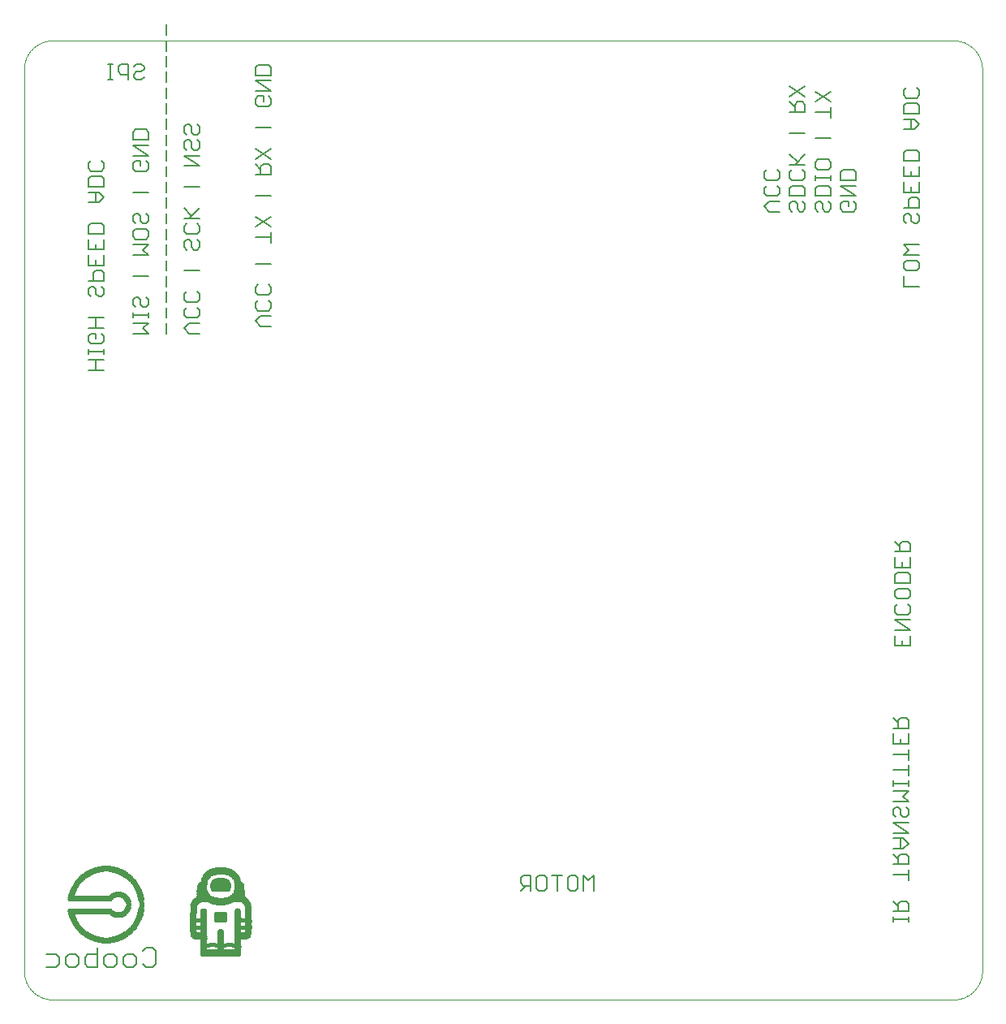
<source format=gbo>
G75*
%MOIN*%
%OFA0B0*%
%FSLAX25Y25*%
%IPPOS*%
%LPD*%
%AMOC8*
5,1,8,0,0,1.08239X$1,22.5*
%
%ADD10C,0.00000*%
%ADD11C,0.00600*%
%ADD12C,0.00700*%
%ADD13R,0.04271X0.00134*%
%ADD14R,0.05872X0.00133*%
%ADD15R,0.07207X0.00133*%
%ADD16R,0.08275X0.00133*%
%ADD17R,0.09076X0.00133*%
%ADD18R,0.10143X0.00133*%
%ADD19R,0.10944X0.00133*%
%ADD20R,0.11478X0.00133*%
%ADD21R,0.12279X0.00134*%
%ADD22R,0.12813X0.00133*%
%ADD23R,0.13346X0.00133*%
%ADD24R,0.13880X0.00133*%
%ADD25R,0.14414X0.00134*%
%ADD26R,0.14948X0.00133*%
%ADD27R,0.15482X0.00133*%
%ADD28R,0.16016X0.00133*%
%ADD29R,0.07207X0.00133*%
%ADD30R,0.06539X0.00133*%
%ADD31R,0.06540X0.00133*%
%ADD32R,0.06140X0.00133*%
%ADD33R,0.06139X0.00133*%
%ADD34R,0.05739X0.00133*%
%ADD35R,0.05472X0.00133*%
%ADD36R,0.05205X0.00133*%
%ADD37R,0.04938X0.00133*%
%ADD38R,0.04939X0.00133*%
%ADD39R,0.04671X0.00133*%
%ADD40R,0.04672X0.00133*%
%ADD41R,0.04538X0.00133*%
%ADD42R,0.04538X0.00133*%
%ADD43R,0.04404X0.00133*%
%ADD44R,0.04270X0.00133*%
%ADD45R,0.04137X0.00133*%
%ADD46R,0.04004X0.00133*%
%ADD47R,0.04004X0.00133*%
%ADD48R,0.03871X0.00133*%
%ADD49R,0.03870X0.00133*%
%ADD50R,0.03737X0.00133*%
%ADD51R,0.03737X0.00133*%
%ADD52R,0.03603X0.00133*%
%ADD53R,0.03604X0.00133*%
%ADD54R,0.03603X0.00133*%
%ADD55R,0.03604X0.00133*%
%ADD56R,0.03470X0.00134*%
%ADD57R,0.03470X0.00133*%
%ADD58R,0.03337X0.00133*%
%ADD59R,0.03337X0.00133*%
%ADD60R,0.03336X0.00133*%
%ADD61R,0.03337X0.00133*%
%ADD62R,0.03337X0.00134*%
%ADD63R,0.03204X0.00133*%
%ADD64R,0.03203X0.00133*%
%ADD65R,0.03070X0.00133*%
%ADD66R,0.03070X0.00133*%
%ADD67R,0.03069X0.00133*%
%ADD68R,0.02936X0.00133*%
%ADD69R,0.02937X0.00133*%
%ADD70R,0.02936X0.00133*%
%ADD71R,0.02803X0.00133*%
%ADD72R,0.02803X0.00133*%
%ADD73R,0.02802X0.00133*%
%ADD74R,0.02803X0.00133*%
%ADD75R,0.02803X0.00134*%
%ADD76R,0.02669X0.00133*%
%ADD77R,0.02669X0.00133*%
%ADD78R,0.02669X0.00133*%
%ADD79R,0.02669X0.00133*%
%ADD80R,0.02669X0.00134*%
%ADD81R,0.02669X0.00134*%
%ADD82R,0.02670X0.00133*%
%ADD83R,0.02536X0.00133*%
%ADD84R,0.02136X0.00133*%
%ADD85R,0.03203X0.00133*%
%ADD86R,0.04004X0.00133*%
%ADD87R,0.02536X0.00133*%
%ADD88R,0.04538X0.00133*%
%ADD89R,0.02536X0.00134*%
%ADD90R,0.05072X0.00134*%
%ADD91R,0.02403X0.00133*%
%ADD92R,0.05606X0.00133*%
%ADD93R,0.02402X0.00133*%
%ADD94R,0.06006X0.00133*%
%ADD95R,0.02402X0.00133*%
%ADD96R,0.06406X0.00133*%
%ADD97R,0.06673X0.00133*%
%ADD98R,0.06940X0.00133*%
%ADD99R,0.02536X0.00133*%
%ADD100R,0.07341X0.00133*%
%ADD101R,0.24157X0.00133*%
%ADD102R,0.24291X0.00133*%
%ADD103R,0.24557X0.00133*%
%ADD104R,0.02403X0.00133*%
%ADD105R,0.24691X0.00133*%
%ADD106R,0.02403X0.00134*%
%ADD107R,0.04138X0.00134*%
%ADD108R,0.20420X0.00134*%
%ADD109R,0.19887X0.00133*%
%ADD110R,0.02269X0.00133*%
%ADD111R,0.19486X0.00133*%
%ADD112R,0.19352X0.00133*%
%ADD113R,0.19086X0.00133*%
%ADD114R,0.18819X0.00133*%
%ADD115R,0.18552X0.00133*%
%ADD116R,0.02535X0.00133*%
%ADD117R,0.18419X0.00133*%
%ADD118R,0.18285X0.00133*%
%ADD119R,0.18284X0.00133*%
%ADD120R,0.02135X0.00133*%
%ADD121R,0.02269X0.00133*%
%ADD122R,0.02135X0.00133*%
%ADD123R,0.02002X0.00133*%
%ADD124R,0.02269X0.00133*%
%ADD125R,0.18151X0.00133*%
%ADD126R,0.02269X0.00134*%
%ADD127R,0.18151X0.00134*%
%ADD128R,0.18418X0.00133*%
%ADD129R,0.18685X0.00133*%
%ADD130R,0.18952X0.00133*%
%ADD131R,0.19619X0.00133*%
%ADD132R,0.03737X0.00133*%
%ADD133R,0.20020X0.00133*%
%ADD134R,0.24825X0.00133*%
%ADD135R,0.24691X0.00133*%
%ADD136R,0.07741X0.00133*%
%ADD137R,0.07474X0.00133*%
%ADD138R,0.05872X0.00133*%
%ADD139R,0.05339X0.00133*%
%ADD140R,0.04939X0.00134*%
%ADD141R,0.04271X0.00133*%
%ADD142R,0.03336X0.00133*%
%ADD143R,0.14414X0.00133*%
%ADD144R,0.13880X0.00133*%
%ADD145R,0.12279X0.00133*%
%ADD146R,0.11478X0.00133*%
%ADD147R,0.14606X0.00055*%
%ADD148R,0.15047X0.00055*%
%ADD149R,0.15268X0.00055*%
%ADD150R,0.15433X0.00055*%
%ADD151R,0.15598X0.00055*%
%ADD152R,0.15764X0.00055*%
%ADD153R,0.15874X0.00055*%
%ADD154R,0.16039X0.00055*%
%ADD155R,0.16150X0.00055*%
%ADD156R,0.16260X0.00055*%
%ADD157R,0.16315X0.00055*%
%ADD158R,0.16370X0.00055*%
%ADD159R,0.16480X0.00055*%
%ADD160R,0.16535X0.00055*%
%ADD161R,0.16591X0.00055*%
%ADD162R,0.16646X0.00055*%
%ADD163R,0.16701X0.00055*%
%ADD164R,0.16756X0.00055*%
%ADD165R,0.16811X0.00055*%
%ADD166R,0.02811X0.00055*%
%ADD167R,0.02756X0.00055*%
%ADD168R,0.02701X0.00055*%
%ADD169R,0.02866X0.00055*%
%ADD170R,0.03031X0.00055*%
%ADD171R,0.02921X0.00055*%
%ADD172R,0.03307X0.00055*%
%ADD173R,0.03142X0.00055*%
%ADD174R,0.03528X0.00055*%
%ADD175R,0.03252X0.00055*%
%ADD176R,0.03748X0.00055*%
%ADD177R,0.03417X0.00055*%
%ADD178R,0.04079X0.00055*%
%ADD179R,0.04299X0.00055*%
%ADD180R,0.03583X0.00055*%
%ADD181R,0.03693X0.00055*%
%ADD182R,0.04630X0.00055*%
%ADD183R,0.03858X0.00055*%
%ADD184R,0.04961X0.00055*%
%ADD185R,0.03913X0.00055*%
%ADD186R,0.05402X0.00055*%
%ADD187R,0.05953X0.00055*%
%ADD188R,0.04354X0.00055*%
%ADD189R,0.16866X0.00055*%
%ADD190R,0.04024X0.00055*%
%ADD191R,0.03638X0.00055*%
%ADD192R,0.02425X0.00055*%
%ADD193R,0.02480X0.00055*%
%ADD194R,0.01929X0.00055*%
%ADD195R,0.02039X0.00055*%
%ADD196R,0.01047X0.00055*%
%ADD197R,0.01157X0.00055*%
%ADD198R,0.04134X0.00055*%
%ADD199R,0.05181X0.00055*%
%ADD200R,0.05126X0.00055*%
%ADD201R,0.05291X0.00055*%
%ADD202R,0.05457X0.00055*%
%ADD203R,0.05567X0.00055*%
%ADD204R,0.05512X0.00055*%
%ADD205R,0.05622X0.00055*%
%ADD206R,0.05732X0.00055*%
%ADD207R,0.05843X0.00055*%
%ADD208R,0.05787X0.00055*%
%ADD209R,0.05898X0.00055*%
%ADD210R,0.06008X0.00055*%
%ADD211R,0.06063X0.00055*%
%ADD212R,0.06118X0.00055*%
%ADD213R,0.06173X0.00055*%
%ADD214R,0.06283X0.00055*%
%ADD215R,0.06228X0.00055*%
%ADD216R,0.06339X0.00055*%
%ADD217R,0.06394X0.00055*%
%ADD218R,0.06449X0.00055*%
%ADD219R,0.06504X0.00055*%
%ADD220R,0.06559X0.00055*%
%ADD221R,0.06614X0.00055*%
%ADD222R,0.06669X0.00055*%
%ADD223R,0.06724X0.00055*%
%ADD224R,0.06780X0.00055*%
%ADD225R,0.06835X0.00055*%
%ADD226R,0.06890X0.00055*%
%ADD227R,0.06945X0.00055*%
%ADD228R,0.07000X0.00055*%
%ADD229R,0.02976X0.00055*%
%ADD230R,0.02646X0.00055*%
%ADD231R,0.02591X0.00055*%
%ADD232R,0.02535X0.00055*%
%ADD233R,0.02370X0.00055*%
%ADD234R,0.02260X0.00055*%
%ADD235R,0.02150X0.00055*%
%ADD236R,0.01819X0.00055*%
%ADD237R,0.01709X0.00055*%
%ADD238R,0.01598X0.00055*%
%ADD239R,0.01433X0.00055*%
%ADD240R,0.01213X0.00055*%
%ADD241R,0.00992X0.00055*%
%ADD242R,0.00606X0.00055*%
%ADD243R,0.07055X0.00055*%
%ADD244R,0.04189X0.00055*%
%ADD245R,0.04409X0.00055*%
%ADD246R,0.04520X0.00055*%
%ADD247R,0.04740X0.00055*%
%ADD248R,0.04850X0.00055*%
%ADD249R,0.05071X0.00055*%
%ADD250R,0.05346X0.00055*%
%ADD251R,0.05236X0.00055*%
%ADD252R,0.05016X0.00055*%
%ADD253R,0.04906X0.00055*%
%ADD254R,0.04795X0.00055*%
%ADD255R,0.04685X0.00055*%
%ADD256R,0.03969X0.00055*%
%ADD257R,0.02315X0.00055*%
%ADD258R,0.02205X0.00055*%
%ADD259R,0.02094X0.00055*%
%ADD260R,0.01984X0.00055*%
%ADD261R,0.01874X0.00055*%
%ADD262R,0.01764X0.00055*%
%ADD263R,0.01268X0.00055*%
%ADD264R,0.00937X0.00055*%
%ADD265R,0.00717X0.00055*%
%ADD266R,0.00551X0.00055*%
%ADD267R,0.00055X0.00055*%
%ADD268R,0.04244X0.00055*%
%ADD269R,0.03087X0.00055*%
%ADD270R,0.07331X0.00055*%
%ADD271R,0.07661X0.00055*%
%ADD272R,0.03197X0.00055*%
%ADD273R,0.07937X0.00055*%
%ADD274R,0.08268X0.00055*%
%ADD275R,0.08488X0.00055*%
%ADD276R,0.08764X0.00055*%
%ADD277R,0.03362X0.00055*%
%ADD278R,0.09039X0.00055*%
%ADD279R,0.09260X0.00055*%
%ADD280R,0.03472X0.00055*%
%ADD281R,0.09480X0.00055*%
%ADD282R,0.09701X0.00055*%
%ADD283R,0.09866X0.00055*%
%ADD284R,0.10031X0.00055*%
%ADD285R,0.03803X0.00055*%
%ADD286R,0.10252X0.00055*%
%ADD287R,0.10472X0.00055*%
%ADD288R,0.10638X0.00055*%
%ADD289R,0.10858X0.00055*%
%ADD290R,0.17307X0.00055*%
%ADD291R,0.23591X0.00055*%
%ADD292R,0.23480X0.00055*%
%ADD293R,0.23370X0.00055*%
%ADD294R,0.23260X0.00055*%
%ADD295R,0.23150X0.00055*%
%ADD296R,0.23039X0.00055*%
%ADD297R,0.22929X0.00055*%
%ADD298R,0.22819X0.00055*%
%ADD299R,0.22709X0.00055*%
%ADD300R,0.22598X0.00055*%
%ADD301R,0.22488X0.00055*%
%ADD302R,0.22378X0.00055*%
%ADD303R,0.22268X0.00055*%
%ADD304R,0.22157X0.00055*%
%ADD305R,0.22047X0.00055*%
%ADD306R,0.21937X0.00055*%
%ADD307R,0.21827X0.00055*%
%ADD308R,0.21717X0.00055*%
%ADD309R,0.21606X0.00055*%
%ADD310R,0.21496X0.00055*%
%ADD311R,0.21386X0.00055*%
%ADD312R,0.21276X0.00055*%
%ADD313R,0.08654X0.00055*%
%ADD314R,0.08323X0.00055*%
%ADD315R,0.07992X0.00055*%
%ADD316R,0.07772X0.00055*%
%ADD317R,0.07496X0.00055*%
%ADD318R,0.07386X0.00055*%
%ADD319R,0.07276X0.00055*%
%ADD320R,0.07165X0.00055*%
%ADD321R,0.05677X0.00055*%
%ADD322R,0.04575X0.00055*%
%ADD323R,0.04465X0.00055*%
%ADD324R,0.07110X0.00055*%
%ADD325R,0.07551X0.00055*%
%ADD326R,0.07827X0.00055*%
%ADD327R,0.08047X0.00055*%
%ADD328R,0.08102X0.00055*%
%ADD329R,0.08157X0.00055*%
%ADD330R,0.08378X0.00055*%
%ADD331R,0.08213X0.00055*%
%ADD332R,0.07882X0.00055*%
%ADD333R,0.07441X0.00055*%
%ADD334R,0.07220X0.00055*%
%ADD335R,0.13835X0.00055*%
%ADD336R,0.13780X0.00055*%
%ADD337R,0.13724X0.00055*%
%ADD338R,0.13614X0.00055*%
%ADD339R,0.13504X0.00055*%
%ADD340R,0.13394X0.00055*%
%ADD341R,0.13283X0.00055*%
%ADD342R,0.13173X0.00055*%
%ADD343R,0.13063X0.00055*%
%ADD344R,0.12953X0.00055*%
%ADD345R,0.12843X0.00055*%
%ADD346R,0.12732X0.00055*%
%ADD347R,0.12622X0.00055*%
%ADD348R,0.12512X0.00055*%
%ADD349R,0.12402X0.00055*%
%ADD350R,0.12236X0.00055*%
%ADD351R,0.12126X0.00055*%
%ADD352R,0.12016X0.00055*%
%ADD353R,0.11906X0.00055*%
%ADD354R,0.11740X0.00055*%
%ADD355R,0.11575X0.00055*%
%ADD356R,0.11465X0.00055*%
%ADD357R,0.11299X0.00055*%
%ADD358R,0.11134X0.00055*%
%ADD359R,0.11024X0.00055*%
%ADD360R,0.10803X0.00055*%
%ADD361R,0.10693X0.00055*%
%ADD362R,0.10307X0.00055*%
%ADD363R,0.10142X0.00055*%
%ADD364R,0.09921X0.00055*%
%ADD365R,0.09315X0.00055*%
%ADD366R,0.08819X0.00055*%
%ADD367R,0.08598X0.00055*%
D10*
X0001000Y0012811D02*
X0001000Y0382890D01*
X0001003Y0383175D01*
X0001014Y0383461D01*
X0001031Y0383746D01*
X0001055Y0384030D01*
X0001086Y0384314D01*
X0001124Y0384597D01*
X0001169Y0384878D01*
X0001220Y0385159D01*
X0001278Y0385439D01*
X0001343Y0385717D01*
X0001415Y0385993D01*
X0001493Y0386267D01*
X0001578Y0386540D01*
X0001670Y0386810D01*
X0001768Y0387078D01*
X0001872Y0387344D01*
X0001983Y0387607D01*
X0002100Y0387867D01*
X0002223Y0388125D01*
X0002353Y0388379D01*
X0002489Y0388630D01*
X0002630Y0388878D01*
X0002778Y0389122D01*
X0002931Y0389363D01*
X0003091Y0389599D01*
X0003256Y0389832D01*
X0003426Y0390061D01*
X0003602Y0390286D01*
X0003784Y0390506D01*
X0003970Y0390722D01*
X0004162Y0390933D01*
X0004359Y0391140D01*
X0004561Y0391342D01*
X0004768Y0391539D01*
X0004979Y0391731D01*
X0005195Y0391917D01*
X0005415Y0392099D01*
X0005640Y0392275D01*
X0005869Y0392445D01*
X0006102Y0392610D01*
X0006338Y0392770D01*
X0006579Y0392923D01*
X0006823Y0393071D01*
X0007071Y0393212D01*
X0007322Y0393348D01*
X0007576Y0393478D01*
X0007834Y0393601D01*
X0008094Y0393718D01*
X0008357Y0393829D01*
X0008623Y0393933D01*
X0008891Y0394031D01*
X0009161Y0394123D01*
X0009434Y0394208D01*
X0009708Y0394286D01*
X0009984Y0394358D01*
X0010262Y0394423D01*
X0010542Y0394481D01*
X0010823Y0394532D01*
X0011104Y0394577D01*
X0011387Y0394615D01*
X0011671Y0394646D01*
X0011955Y0394670D01*
X0012240Y0394687D01*
X0012526Y0394698D01*
X0012811Y0394701D01*
X0382890Y0394701D01*
X0383175Y0394698D01*
X0383461Y0394687D01*
X0383746Y0394670D01*
X0384030Y0394646D01*
X0384314Y0394615D01*
X0384597Y0394577D01*
X0384878Y0394532D01*
X0385159Y0394481D01*
X0385439Y0394423D01*
X0385717Y0394358D01*
X0385993Y0394286D01*
X0386267Y0394208D01*
X0386540Y0394123D01*
X0386810Y0394031D01*
X0387078Y0393933D01*
X0387344Y0393829D01*
X0387607Y0393718D01*
X0387867Y0393601D01*
X0388125Y0393478D01*
X0388379Y0393348D01*
X0388630Y0393212D01*
X0388878Y0393071D01*
X0389122Y0392923D01*
X0389363Y0392770D01*
X0389599Y0392610D01*
X0389832Y0392445D01*
X0390061Y0392275D01*
X0390286Y0392099D01*
X0390506Y0391917D01*
X0390722Y0391731D01*
X0390933Y0391539D01*
X0391140Y0391342D01*
X0391342Y0391140D01*
X0391539Y0390933D01*
X0391731Y0390722D01*
X0391917Y0390506D01*
X0392099Y0390286D01*
X0392275Y0390061D01*
X0392445Y0389832D01*
X0392610Y0389599D01*
X0392770Y0389363D01*
X0392923Y0389122D01*
X0393071Y0388878D01*
X0393212Y0388630D01*
X0393348Y0388379D01*
X0393478Y0388125D01*
X0393601Y0387867D01*
X0393718Y0387607D01*
X0393829Y0387344D01*
X0393933Y0387078D01*
X0394031Y0386810D01*
X0394123Y0386540D01*
X0394208Y0386267D01*
X0394286Y0385993D01*
X0394358Y0385717D01*
X0394423Y0385439D01*
X0394481Y0385159D01*
X0394532Y0384878D01*
X0394577Y0384597D01*
X0394615Y0384314D01*
X0394646Y0384030D01*
X0394670Y0383746D01*
X0394687Y0383461D01*
X0394698Y0383175D01*
X0394701Y0382890D01*
X0394701Y0012811D01*
X0394698Y0012526D01*
X0394687Y0012240D01*
X0394670Y0011955D01*
X0394646Y0011671D01*
X0394615Y0011387D01*
X0394577Y0011104D01*
X0394532Y0010823D01*
X0394481Y0010542D01*
X0394423Y0010262D01*
X0394358Y0009984D01*
X0394286Y0009708D01*
X0394208Y0009434D01*
X0394123Y0009161D01*
X0394031Y0008891D01*
X0393933Y0008623D01*
X0393829Y0008357D01*
X0393718Y0008094D01*
X0393601Y0007834D01*
X0393478Y0007576D01*
X0393348Y0007322D01*
X0393212Y0007071D01*
X0393071Y0006823D01*
X0392923Y0006579D01*
X0392770Y0006338D01*
X0392610Y0006102D01*
X0392445Y0005869D01*
X0392275Y0005640D01*
X0392099Y0005415D01*
X0391917Y0005195D01*
X0391731Y0004979D01*
X0391539Y0004768D01*
X0391342Y0004561D01*
X0391140Y0004359D01*
X0390933Y0004162D01*
X0390722Y0003970D01*
X0390506Y0003784D01*
X0390286Y0003602D01*
X0390061Y0003426D01*
X0389832Y0003256D01*
X0389599Y0003091D01*
X0389363Y0002931D01*
X0389122Y0002778D01*
X0388878Y0002630D01*
X0388630Y0002489D01*
X0388379Y0002353D01*
X0388125Y0002223D01*
X0387867Y0002100D01*
X0387607Y0001983D01*
X0387344Y0001872D01*
X0387078Y0001768D01*
X0386810Y0001670D01*
X0386540Y0001578D01*
X0386267Y0001493D01*
X0385993Y0001415D01*
X0385717Y0001343D01*
X0385439Y0001278D01*
X0385159Y0001220D01*
X0384878Y0001169D01*
X0384597Y0001124D01*
X0384314Y0001086D01*
X0384030Y0001055D01*
X0383746Y0001031D01*
X0383461Y0001014D01*
X0383175Y0001003D01*
X0382890Y0001000D01*
X0012811Y0001000D01*
X0012526Y0001003D01*
X0012240Y0001014D01*
X0011955Y0001031D01*
X0011671Y0001055D01*
X0011387Y0001086D01*
X0011104Y0001124D01*
X0010823Y0001169D01*
X0010542Y0001220D01*
X0010262Y0001278D01*
X0009984Y0001343D01*
X0009708Y0001415D01*
X0009434Y0001493D01*
X0009161Y0001578D01*
X0008891Y0001670D01*
X0008623Y0001768D01*
X0008357Y0001872D01*
X0008094Y0001983D01*
X0007834Y0002100D01*
X0007576Y0002223D01*
X0007322Y0002353D01*
X0007071Y0002489D01*
X0006823Y0002630D01*
X0006579Y0002778D01*
X0006338Y0002931D01*
X0006102Y0003091D01*
X0005869Y0003256D01*
X0005640Y0003426D01*
X0005415Y0003602D01*
X0005195Y0003784D01*
X0004979Y0003970D01*
X0004768Y0004162D01*
X0004561Y0004359D01*
X0004359Y0004561D01*
X0004162Y0004768D01*
X0003970Y0004979D01*
X0003784Y0005195D01*
X0003602Y0005415D01*
X0003426Y0005640D01*
X0003256Y0005869D01*
X0003091Y0006102D01*
X0002931Y0006338D01*
X0002778Y0006579D01*
X0002630Y0006823D01*
X0002489Y0007071D01*
X0002353Y0007322D01*
X0002223Y0007576D01*
X0002100Y0007834D01*
X0001983Y0008094D01*
X0001872Y0008357D01*
X0001768Y0008623D01*
X0001670Y0008891D01*
X0001578Y0009161D01*
X0001493Y0009434D01*
X0001415Y0009708D01*
X0001343Y0009984D01*
X0001278Y0010262D01*
X0001220Y0010542D01*
X0001169Y0010823D01*
X0001124Y0011104D01*
X0001086Y0011387D01*
X0001055Y0011671D01*
X0001031Y0011955D01*
X0001014Y0012240D01*
X0001003Y0012526D01*
X0001000Y0012811D01*
D11*
X0205023Y0045675D02*
X0207158Y0047810D01*
X0206090Y0047810D02*
X0209293Y0047810D01*
X0209293Y0045675D02*
X0209293Y0052080D01*
X0206090Y0052080D01*
X0205023Y0051013D01*
X0205023Y0048878D01*
X0206090Y0047810D01*
X0211468Y0046743D02*
X0211468Y0051013D01*
X0212536Y0052080D01*
X0214671Y0052080D01*
X0215739Y0051013D01*
X0215739Y0046743D01*
X0214671Y0045675D01*
X0212536Y0045675D01*
X0211468Y0046743D01*
X0217914Y0052080D02*
X0222184Y0052080D01*
X0220049Y0052080D02*
X0220049Y0045675D01*
X0224359Y0046743D02*
X0224359Y0051013D01*
X0225427Y0052080D01*
X0227562Y0052080D01*
X0228630Y0051013D01*
X0228630Y0046743D01*
X0227562Y0045675D01*
X0225427Y0045675D01*
X0224359Y0046743D01*
X0230805Y0045675D02*
X0230805Y0052080D01*
X0232940Y0049945D01*
X0235075Y0052080D01*
X0235075Y0045675D01*
X0358050Y0041427D02*
X0360185Y0039292D01*
X0360185Y0040360D02*
X0360185Y0037157D01*
X0358050Y0037157D02*
X0364455Y0037157D01*
X0364455Y0040360D01*
X0363388Y0041427D01*
X0361253Y0041427D01*
X0360185Y0040360D01*
X0358050Y0034995D02*
X0358050Y0032860D01*
X0358050Y0033927D02*
X0364455Y0033927D01*
X0364455Y0032860D02*
X0364455Y0034995D01*
X0364455Y0050048D02*
X0364455Y0054318D01*
X0364455Y0052183D02*
X0358050Y0052183D01*
X0358050Y0056493D02*
X0364455Y0056493D01*
X0364455Y0059696D01*
X0363388Y0060764D01*
X0361253Y0060764D01*
X0360185Y0059696D01*
X0360185Y0056493D01*
X0360185Y0058629D02*
X0358050Y0060764D01*
X0358050Y0062939D02*
X0362320Y0062939D01*
X0364455Y0065074D01*
X0362320Y0067209D01*
X0358050Y0067209D01*
X0358050Y0069384D02*
X0364455Y0069384D01*
X0358050Y0073655D01*
X0364455Y0073655D01*
X0363388Y0075830D02*
X0362320Y0075830D01*
X0361253Y0076897D01*
X0361253Y0079033D01*
X0360185Y0080100D01*
X0359118Y0080100D01*
X0358050Y0079033D01*
X0358050Y0076897D01*
X0359118Y0075830D01*
X0363388Y0075830D02*
X0364455Y0076897D01*
X0364455Y0079033D01*
X0363388Y0080100D01*
X0364455Y0082275D02*
X0362320Y0084411D01*
X0364455Y0086546D01*
X0358050Y0086546D01*
X0358050Y0088721D02*
X0358050Y0090856D01*
X0358050Y0089788D02*
X0364455Y0089788D01*
X0364455Y0088721D02*
X0364455Y0090856D01*
X0364455Y0093018D02*
X0364455Y0097288D01*
X0364455Y0095153D02*
X0358050Y0095153D01*
X0358050Y0101599D02*
X0364455Y0101599D01*
X0364455Y0103734D02*
X0364455Y0099463D01*
X0364455Y0105909D02*
X0358050Y0105909D01*
X0358050Y0110179D01*
X0358050Y0112354D02*
X0364455Y0112354D01*
X0364455Y0115557D01*
X0363388Y0116625D01*
X0361253Y0116625D01*
X0360185Y0115557D01*
X0360185Y0112354D01*
X0360185Y0114490D02*
X0358050Y0116625D01*
X0364455Y0110179D02*
X0364455Y0105909D01*
X0361253Y0105909D02*
X0361253Y0108044D01*
X0358050Y0082275D02*
X0364455Y0082275D01*
X0361253Y0067209D02*
X0361253Y0062939D01*
X0361878Y0146181D02*
X0361878Y0148317D01*
X0365080Y0150452D02*
X0365080Y0146181D01*
X0358675Y0146181D01*
X0358675Y0150452D01*
X0358675Y0152627D02*
X0365080Y0152627D01*
X0358675Y0156897D01*
X0365080Y0156897D01*
X0364013Y0159072D02*
X0359743Y0159072D01*
X0358675Y0160140D01*
X0358675Y0162275D01*
X0359743Y0163343D01*
X0359743Y0165518D02*
X0358675Y0166586D01*
X0358675Y0168721D01*
X0359743Y0169788D01*
X0364013Y0169788D01*
X0365080Y0168721D01*
X0365080Y0166586D01*
X0364013Y0165518D01*
X0359743Y0165518D01*
X0364013Y0163343D02*
X0365080Y0162275D01*
X0365080Y0160140D01*
X0364013Y0159072D01*
X0365080Y0171963D02*
X0358675Y0171963D01*
X0358675Y0175166D01*
X0359743Y0176234D01*
X0364013Y0176234D01*
X0365080Y0175166D01*
X0365080Y0171963D01*
X0365080Y0178409D02*
X0358675Y0178409D01*
X0358675Y0182679D01*
X0358675Y0184854D02*
X0365080Y0184854D01*
X0365080Y0188057D01*
X0364013Y0189125D01*
X0361878Y0189125D01*
X0360810Y0188057D01*
X0360810Y0184854D01*
X0360810Y0186990D02*
X0358675Y0189125D01*
X0365080Y0182679D02*
X0365080Y0178409D01*
X0361878Y0178409D02*
X0361878Y0180544D01*
X0362425Y0293758D02*
X0362425Y0298029D01*
X0363493Y0300204D02*
X0362425Y0301271D01*
X0362425Y0303407D01*
X0363493Y0304474D01*
X0367763Y0304474D01*
X0368830Y0303407D01*
X0368830Y0301271D01*
X0367763Y0300204D01*
X0363493Y0300204D01*
X0362425Y0293758D02*
X0368830Y0293758D01*
X0368830Y0306649D02*
X0362425Y0306649D01*
X0364560Y0308785D01*
X0362425Y0310920D01*
X0368830Y0310920D01*
X0367763Y0319540D02*
X0366695Y0319540D01*
X0365628Y0320608D01*
X0365628Y0322743D01*
X0364560Y0323811D01*
X0363493Y0323811D01*
X0362425Y0322743D01*
X0362425Y0320608D01*
X0363493Y0319540D01*
X0367763Y0319540D02*
X0368830Y0320608D01*
X0368830Y0322743D01*
X0367763Y0323811D01*
X0368830Y0325986D02*
X0362425Y0325986D01*
X0364560Y0325986D02*
X0364560Y0329189D01*
X0365628Y0330256D01*
X0367763Y0330256D01*
X0368830Y0329189D01*
X0368830Y0325986D01*
X0368830Y0332431D02*
X0362425Y0332431D01*
X0362425Y0336702D01*
X0362425Y0338877D02*
X0362425Y0343147D01*
X0362425Y0345322D02*
X0362425Y0348525D01*
X0363493Y0349593D01*
X0367763Y0349593D01*
X0368830Y0348525D01*
X0368830Y0345322D01*
X0362425Y0345322D01*
X0365628Y0341012D02*
X0365628Y0338877D01*
X0368830Y0338877D02*
X0368830Y0343147D01*
X0368830Y0338877D02*
X0362425Y0338877D01*
X0365628Y0334567D02*
X0365628Y0332431D01*
X0368830Y0332431D02*
X0368830Y0336702D01*
X0366695Y0358213D02*
X0362425Y0358213D01*
X0365628Y0358213D02*
X0365628Y0362484D01*
X0366695Y0362484D02*
X0362425Y0362484D01*
X0362425Y0364659D02*
X0362425Y0367862D01*
X0363493Y0368929D01*
X0367763Y0368929D01*
X0368830Y0367862D01*
X0368830Y0364659D01*
X0362425Y0364659D01*
X0366695Y0362484D02*
X0368830Y0360349D01*
X0366695Y0358213D01*
X0367763Y0371104D02*
X0363493Y0371104D01*
X0362425Y0372172D01*
X0362425Y0374307D01*
X0363493Y0375375D01*
X0367763Y0375375D02*
X0368830Y0374307D01*
X0368830Y0372172D01*
X0367763Y0371104D01*
X0341888Y0341586D02*
X0337618Y0341586D01*
X0336550Y0340519D01*
X0336550Y0337316D01*
X0342955Y0337316D01*
X0342955Y0340519D01*
X0341888Y0341586D01*
X0342955Y0335141D02*
X0336550Y0335141D01*
X0342955Y0330870D01*
X0336550Y0330870D01*
X0337618Y0328695D02*
X0339753Y0328695D01*
X0339753Y0326560D01*
X0341888Y0324425D02*
X0337618Y0324425D01*
X0336550Y0325493D01*
X0336550Y0327628D01*
X0337618Y0328695D01*
X0341888Y0328695D02*
X0342955Y0327628D01*
X0342955Y0325493D01*
X0341888Y0324425D01*
X0332455Y0325493D02*
X0331388Y0324425D01*
X0330320Y0324425D01*
X0329253Y0325493D01*
X0329253Y0327628D01*
X0328185Y0328695D01*
X0327118Y0328695D01*
X0326050Y0327628D01*
X0326050Y0325493D01*
X0327118Y0324425D01*
X0321955Y0325493D02*
X0320888Y0324425D01*
X0319820Y0324425D01*
X0318753Y0325493D01*
X0318753Y0327628D01*
X0317685Y0328695D01*
X0316618Y0328695D01*
X0315550Y0327628D01*
X0315550Y0325493D01*
X0316618Y0324425D01*
X0321955Y0325493D02*
X0321955Y0327628D01*
X0320888Y0328695D01*
X0321955Y0330870D02*
X0321955Y0334073D01*
X0320888Y0335141D01*
X0316618Y0335141D01*
X0315550Y0334073D01*
X0315550Y0330870D01*
X0321955Y0330870D01*
X0326050Y0330870D02*
X0326050Y0334073D01*
X0327118Y0335141D01*
X0331388Y0335141D01*
X0332455Y0334073D01*
X0332455Y0330870D01*
X0326050Y0330870D01*
X0331388Y0328695D02*
X0332455Y0327628D01*
X0332455Y0325493D01*
X0332455Y0337316D02*
X0332455Y0339451D01*
X0332455Y0338384D02*
X0326050Y0338384D01*
X0326050Y0339451D02*
X0326050Y0337316D01*
X0321955Y0338384D02*
X0320888Y0337316D01*
X0316618Y0337316D01*
X0315550Y0338384D01*
X0315550Y0340519D01*
X0316618Y0341586D01*
X0317685Y0343761D02*
X0321955Y0348032D01*
X0321955Y0343761D02*
X0315550Y0343761D01*
X0318753Y0344829D02*
X0315550Y0348032D01*
X0310388Y0341586D02*
X0311455Y0340519D01*
X0311455Y0338384D01*
X0310388Y0337316D01*
X0306118Y0337316D01*
X0305050Y0338384D01*
X0305050Y0340519D01*
X0306118Y0341586D01*
X0306118Y0335141D02*
X0305050Y0334073D01*
X0305050Y0331938D01*
X0306118Y0330870D01*
X0310388Y0330870D01*
X0311455Y0331938D01*
X0311455Y0334073D01*
X0310388Y0335141D01*
X0311455Y0328695D02*
X0307185Y0328695D01*
X0305050Y0326560D01*
X0307185Y0324425D01*
X0311455Y0324425D01*
X0321955Y0338384D02*
X0321955Y0340519D01*
X0320888Y0341586D01*
X0326050Y0342681D02*
X0326050Y0344816D01*
X0327118Y0345883D01*
X0331388Y0345883D01*
X0332455Y0344816D01*
X0332455Y0342681D01*
X0331388Y0341613D01*
X0327118Y0341613D01*
X0326050Y0342681D01*
X0326050Y0354504D02*
X0332455Y0354504D01*
X0332455Y0363098D02*
X0332455Y0367368D01*
X0332455Y0365233D02*
X0326050Y0365233D01*
X0321955Y0365246D02*
X0321955Y0368449D01*
X0320888Y0369517D01*
X0318753Y0369517D01*
X0317685Y0368449D01*
X0317685Y0365246D01*
X0315550Y0365246D02*
X0321955Y0365246D01*
X0317685Y0367382D02*
X0315550Y0369517D01*
X0315550Y0371692D02*
X0321955Y0375962D01*
X0321955Y0371692D02*
X0315550Y0375962D01*
X0326050Y0373814D02*
X0332455Y0369543D01*
X0332455Y0373814D02*
X0326050Y0369543D01*
X0321955Y0356652D02*
X0315550Y0356652D01*
X0102580Y0358994D02*
X0096175Y0358994D01*
X0096175Y0350374D02*
X0102580Y0346103D01*
X0101513Y0343928D02*
X0099378Y0343928D01*
X0098310Y0342861D01*
X0098310Y0339658D01*
X0098310Y0341793D02*
X0096175Y0343928D01*
X0096175Y0346103D02*
X0102580Y0350374D01*
X0101513Y0343928D02*
X0102580Y0342861D01*
X0102580Y0339658D01*
X0096175Y0339658D01*
X0096175Y0331064D02*
X0102580Y0331064D01*
X0102580Y0322443D02*
X0096175Y0318173D01*
X0096175Y0322443D02*
X0102580Y0318173D01*
X0102580Y0315998D02*
X0102580Y0311727D01*
X0102580Y0313862D02*
X0096175Y0313862D01*
X0096175Y0303133D02*
X0102580Y0303133D01*
X0101513Y0294513D02*
X0102580Y0293445D01*
X0102580Y0291310D01*
X0101513Y0290242D01*
X0097243Y0290242D01*
X0096175Y0291310D01*
X0096175Y0293445D01*
X0097243Y0294513D01*
X0097243Y0288067D02*
X0096175Y0287000D01*
X0096175Y0284864D01*
X0097243Y0283797D01*
X0101513Y0283797D01*
X0102580Y0284864D01*
X0102580Y0287000D01*
X0101513Y0288067D01*
X0102580Y0281622D02*
X0098310Y0281622D01*
X0096175Y0279487D01*
X0098310Y0277351D01*
X0102580Y0277351D01*
X0073080Y0278695D02*
X0068810Y0278695D01*
X0066675Y0276560D01*
X0068810Y0274425D01*
X0073080Y0274425D01*
X0072013Y0280870D02*
X0067743Y0280870D01*
X0066675Y0281938D01*
X0066675Y0284073D01*
X0067743Y0285141D01*
X0067743Y0287316D02*
X0066675Y0288384D01*
X0066675Y0290519D01*
X0067743Y0291586D01*
X0072013Y0291586D02*
X0073080Y0290519D01*
X0073080Y0288384D01*
X0072013Y0287316D01*
X0067743Y0287316D01*
X0072013Y0285141D02*
X0073080Y0284073D01*
X0073080Y0281938D01*
X0072013Y0280870D01*
X0059378Y0280870D02*
X0059378Y0285141D01*
X0059378Y0287316D02*
X0059378Y0291586D01*
X0059378Y0293761D02*
X0059378Y0298032D01*
X0059378Y0300207D02*
X0059378Y0304477D01*
X0059378Y0306652D02*
X0059378Y0310923D01*
X0059378Y0313098D02*
X0059378Y0317368D01*
X0059378Y0319543D02*
X0059378Y0323814D01*
X0059378Y0325989D02*
X0059378Y0330259D01*
X0059378Y0332434D02*
X0059378Y0336705D01*
X0059378Y0338880D02*
X0059378Y0343150D01*
X0059378Y0345325D02*
X0059378Y0349596D01*
X0059378Y0351771D02*
X0059378Y0356041D01*
X0059378Y0358216D02*
X0059378Y0362487D01*
X0059378Y0364662D02*
X0059378Y0368932D01*
X0059378Y0371107D02*
X0059378Y0375378D01*
X0059378Y0377553D02*
X0059378Y0381823D01*
X0059378Y0383998D02*
X0059378Y0388269D01*
X0059378Y0390444D02*
X0059378Y0394714D01*
X0059378Y0396889D02*
X0059378Y0401160D01*
X0049320Y0385080D02*
X0050388Y0384013D01*
X0050388Y0382945D01*
X0049320Y0381878D01*
X0047185Y0381878D01*
X0046118Y0380810D01*
X0046118Y0379743D01*
X0047185Y0378675D01*
X0049320Y0378675D01*
X0050388Y0379743D01*
X0046118Y0384013D02*
X0047185Y0385080D01*
X0049320Y0385080D01*
X0043943Y0385080D02*
X0040740Y0385080D01*
X0039672Y0384013D01*
X0039672Y0381878D01*
X0040740Y0380810D01*
X0043943Y0380810D01*
X0043943Y0378675D02*
X0043943Y0385080D01*
X0037497Y0385080D02*
X0035362Y0385080D01*
X0036429Y0385080D02*
X0036429Y0378675D01*
X0035362Y0378675D02*
X0037497Y0378675D01*
X0046743Y0358190D02*
X0051013Y0358190D01*
X0052080Y0357122D01*
X0052080Y0353919D01*
X0045675Y0353919D01*
X0045675Y0357122D01*
X0046743Y0358190D01*
X0045675Y0351744D02*
X0052080Y0351744D01*
X0052080Y0347474D02*
X0045675Y0351744D01*
X0045675Y0347474D02*
X0052080Y0347474D01*
X0051013Y0345299D02*
X0052080Y0344231D01*
X0052080Y0342096D01*
X0051013Y0341028D01*
X0046743Y0341028D01*
X0045675Y0342096D01*
X0045675Y0344231D01*
X0046743Y0345299D01*
X0048878Y0345299D01*
X0048878Y0343164D01*
X0052080Y0332434D02*
X0045675Y0332434D01*
X0046743Y0323814D02*
X0045675Y0322746D01*
X0045675Y0320611D01*
X0046743Y0319543D01*
X0046743Y0317368D02*
X0051013Y0317368D01*
X0052080Y0316301D01*
X0052080Y0314166D01*
X0051013Y0313098D01*
X0046743Y0313098D01*
X0045675Y0314166D01*
X0045675Y0316301D01*
X0046743Y0317368D01*
X0049945Y0319543D02*
X0048878Y0320611D01*
X0048878Y0322746D01*
X0047810Y0323814D01*
X0046743Y0323814D01*
X0051013Y0323814D02*
X0052080Y0322746D01*
X0052080Y0320611D01*
X0051013Y0319543D01*
X0049945Y0319543D01*
X0052080Y0310923D02*
X0045675Y0310923D01*
X0045675Y0306652D02*
X0052080Y0306652D01*
X0049945Y0308788D01*
X0052080Y0310923D01*
X0052080Y0298058D02*
X0045675Y0298058D01*
X0046743Y0289438D02*
X0045675Y0288370D01*
X0045675Y0286235D01*
X0046743Y0285167D01*
X0048878Y0286235D02*
X0048878Y0288370D01*
X0047810Y0289438D01*
X0046743Y0289438D01*
X0048878Y0286235D02*
X0049945Y0285167D01*
X0051013Y0285167D01*
X0052080Y0286235D01*
X0052080Y0288370D01*
X0051013Y0289438D01*
X0052080Y0283006D02*
X0052080Y0280870D01*
X0052080Y0281938D02*
X0045675Y0281938D01*
X0045675Y0280870D02*
X0045675Y0283006D01*
X0045675Y0278695D02*
X0052080Y0278695D01*
X0049945Y0276560D01*
X0052080Y0274425D01*
X0045675Y0274425D01*
X0033830Y0273407D02*
X0033830Y0271271D01*
X0032763Y0270204D01*
X0028493Y0270204D01*
X0027425Y0271271D01*
X0027425Y0273407D01*
X0028493Y0274474D01*
X0030628Y0274474D01*
X0030628Y0272339D01*
X0032763Y0274474D02*
X0033830Y0273407D01*
X0033830Y0276649D02*
X0027425Y0276649D01*
X0030628Y0276649D02*
X0030628Y0280920D01*
X0033830Y0280920D02*
X0027425Y0280920D01*
X0028493Y0289540D02*
X0027425Y0290608D01*
X0027425Y0292743D01*
X0028493Y0293811D01*
X0029560Y0293811D01*
X0030628Y0292743D01*
X0030628Y0290608D01*
X0031695Y0289540D01*
X0032763Y0289540D01*
X0033830Y0290608D01*
X0033830Y0292743D01*
X0032763Y0293811D01*
X0033830Y0295986D02*
X0033830Y0299189D01*
X0032763Y0300256D01*
X0030628Y0300256D01*
X0029560Y0299189D01*
X0029560Y0295986D01*
X0027425Y0295986D02*
X0033830Y0295986D01*
X0033830Y0302431D02*
X0027425Y0302431D01*
X0027425Y0306702D01*
X0027425Y0308877D02*
X0027425Y0313147D01*
X0027425Y0315322D02*
X0027425Y0318525D01*
X0028493Y0319593D01*
X0032763Y0319593D01*
X0033830Y0318525D01*
X0033830Y0315322D01*
X0027425Y0315322D01*
X0030628Y0311012D02*
X0030628Y0308877D01*
X0033830Y0308877D02*
X0027425Y0308877D01*
X0030628Y0304567D02*
X0030628Y0302431D01*
X0033830Y0302431D02*
X0033830Y0306702D01*
X0033830Y0308877D02*
X0033830Y0313147D01*
X0031695Y0328213D02*
X0027425Y0328213D01*
X0030628Y0328213D02*
X0030628Y0332484D01*
X0031695Y0332484D02*
X0027425Y0332484D01*
X0027425Y0334659D02*
X0027425Y0337862D01*
X0028493Y0338929D01*
X0032763Y0338929D01*
X0033830Y0337862D01*
X0033830Y0334659D01*
X0027425Y0334659D01*
X0031695Y0332484D02*
X0033830Y0330348D01*
X0031695Y0328213D01*
X0032763Y0341104D02*
X0028493Y0341104D01*
X0027425Y0342172D01*
X0027425Y0344307D01*
X0028493Y0345375D01*
X0032763Y0345375D02*
X0033830Y0344307D01*
X0033830Y0342172D01*
X0032763Y0341104D01*
X0066675Y0343177D02*
X0073080Y0343177D01*
X0066675Y0347447D01*
X0073080Y0347447D01*
X0072013Y0349622D02*
X0070945Y0349622D01*
X0069878Y0350690D01*
X0069878Y0352825D01*
X0068810Y0353893D01*
X0067743Y0353893D01*
X0066675Y0352825D01*
X0066675Y0350690D01*
X0067743Y0349622D01*
X0072013Y0349622D02*
X0073080Y0350690D01*
X0073080Y0352825D01*
X0072013Y0353893D01*
X0072013Y0356068D02*
X0070945Y0356068D01*
X0069878Y0357136D01*
X0069878Y0359271D01*
X0068810Y0360338D01*
X0067743Y0360338D01*
X0066675Y0359271D01*
X0066675Y0357136D01*
X0067743Y0356068D01*
X0072013Y0356068D02*
X0073080Y0357136D01*
X0073080Y0359271D01*
X0072013Y0360338D01*
X0096175Y0368656D02*
X0097243Y0367588D01*
X0101513Y0367588D01*
X0102580Y0368656D01*
X0102580Y0370791D01*
X0101513Y0371859D01*
X0099378Y0371859D02*
X0099378Y0369723D01*
X0099378Y0371859D02*
X0097243Y0371859D01*
X0096175Y0370791D01*
X0096175Y0368656D01*
X0096175Y0374034D02*
X0102580Y0374034D01*
X0096175Y0378304D01*
X0102580Y0378304D01*
X0102580Y0380479D02*
X0096175Y0380479D01*
X0096175Y0383682D01*
X0097243Y0384750D01*
X0101513Y0384750D01*
X0102580Y0383682D01*
X0102580Y0380479D01*
X0073080Y0334583D02*
X0066675Y0334583D01*
X0066675Y0325962D02*
X0069878Y0322760D01*
X0068810Y0321692D02*
X0073080Y0325962D01*
X0073080Y0321692D02*
X0066675Y0321692D01*
X0067743Y0319517D02*
X0066675Y0318449D01*
X0066675Y0316314D01*
X0067743Y0315246D01*
X0072013Y0315246D01*
X0073080Y0316314D01*
X0073080Y0318449D01*
X0072013Y0319517D01*
X0072013Y0313071D02*
X0073080Y0312004D01*
X0073080Y0309869D01*
X0072013Y0308801D01*
X0070945Y0308801D01*
X0069878Y0309869D01*
X0069878Y0312004D01*
X0068810Y0313071D01*
X0067743Y0313071D01*
X0066675Y0312004D01*
X0066675Y0309869D01*
X0067743Y0308801D01*
X0066675Y0300207D02*
X0073080Y0300207D01*
X0059378Y0278695D02*
X0059378Y0274425D01*
X0033830Y0268042D02*
X0033830Y0265907D01*
X0033830Y0266974D02*
X0027425Y0266974D01*
X0027425Y0265907D02*
X0027425Y0268042D01*
X0027425Y0263732D02*
X0033830Y0263732D01*
X0030628Y0263732D02*
X0030628Y0259461D01*
X0033830Y0259461D02*
X0027425Y0259461D01*
D12*
X0031269Y0022382D02*
X0031269Y0014475D01*
X0027315Y0014475D01*
X0025998Y0015793D01*
X0025998Y0018428D01*
X0027315Y0019746D01*
X0031269Y0019746D01*
X0033916Y0018428D02*
X0033916Y0015793D01*
X0035234Y0014475D01*
X0037870Y0014475D01*
X0039187Y0015793D01*
X0039187Y0018428D01*
X0037870Y0019746D01*
X0035234Y0019746D01*
X0033916Y0018428D01*
X0041835Y0018428D02*
X0041835Y0015793D01*
X0043153Y0014475D01*
X0045788Y0014475D01*
X0047106Y0015793D01*
X0047106Y0018428D01*
X0045788Y0019746D01*
X0043153Y0019746D01*
X0041835Y0018428D01*
X0049754Y0015793D02*
X0051072Y0014475D01*
X0053707Y0014475D01*
X0055025Y0015793D01*
X0055025Y0021064D01*
X0053707Y0022382D01*
X0051072Y0022382D01*
X0049754Y0021064D01*
X0023350Y0018428D02*
X0023350Y0015793D01*
X0022032Y0014475D01*
X0019397Y0014475D01*
X0018079Y0015793D01*
X0018079Y0018428D01*
X0019397Y0019746D01*
X0022032Y0019746D01*
X0023350Y0018428D01*
X0015431Y0018428D02*
X0015431Y0015793D01*
X0014113Y0014475D01*
X0010160Y0014475D01*
X0010160Y0019746D02*
X0014113Y0019746D01*
X0015431Y0018428D01*
D13*
X0034693Y0024125D03*
D14*
X0034693Y0024259D03*
X0034693Y0055356D03*
D15*
X0034693Y0055222D03*
X0039364Y0053354D03*
X0039765Y0043744D03*
X0039364Y0026261D03*
X0034693Y0024392D03*
D16*
X0034693Y0024526D03*
X0034693Y0055089D03*
D17*
X0034693Y0054956D03*
X0034693Y0024659D03*
D18*
X0034693Y0024793D03*
X0034693Y0054822D03*
D19*
X0034693Y0054689D03*
X0034693Y0024926D03*
D20*
X0034693Y0025059D03*
D21*
X0034693Y0025193D03*
D22*
X0034693Y0025326D03*
X0034693Y0054288D03*
D23*
X0034693Y0054155D03*
X0034693Y0025460D03*
D24*
X0034693Y0025593D03*
D25*
X0034693Y0025727D03*
D26*
X0034693Y0025860D03*
X0034693Y0053754D03*
D27*
X0034693Y0053621D03*
X0034693Y0025994D03*
D28*
X0034693Y0026127D03*
X0034693Y0053487D03*
D29*
X0030022Y0053354D03*
X0030022Y0026261D03*
D30*
X0039831Y0026394D03*
X0039698Y0044011D03*
X0039831Y0053220D03*
D31*
X0029555Y0053220D03*
X0029555Y0026394D03*
D32*
X0040298Y0026528D03*
X0040298Y0053087D03*
D33*
X0039765Y0044145D03*
X0029088Y0053087D03*
X0029088Y0026528D03*
D34*
X0028754Y0026661D03*
X0040632Y0026661D03*
X0040632Y0052954D03*
X0028754Y0052954D03*
D35*
X0028353Y0052820D03*
X0041032Y0052820D03*
X0041032Y0026794D03*
X0028353Y0026794D03*
D36*
X0028086Y0026928D03*
X0041299Y0026928D03*
X0041299Y0052687D03*
X0028086Y0052687D03*
D37*
X0041567Y0052553D03*
X0041833Y0052420D03*
X0041833Y0027195D03*
X0041567Y0027061D03*
D38*
X0027819Y0027061D03*
X0027553Y0027195D03*
X0027553Y0052420D03*
X0027819Y0052553D03*
D39*
X0042100Y0052286D03*
X0042100Y0027328D03*
D40*
X0027286Y0027328D03*
X0027286Y0052286D03*
D41*
X0026819Y0052019D03*
X0042300Y0052153D03*
X0042300Y0027462D03*
X0026819Y0027595D03*
D42*
X0027085Y0027462D03*
X0042567Y0027595D03*
X0042567Y0052019D03*
X0027085Y0052153D03*
D43*
X0026619Y0051886D03*
X0042768Y0051886D03*
X0042768Y0027729D03*
X0026619Y0027729D03*
D44*
X0026418Y0027862D03*
X0042968Y0027862D03*
X0042968Y0051752D03*
X0026418Y0051752D03*
D45*
X0026218Y0051619D03*
X0043168Y0051619D03*
X0043168Y0027996D03*
X0026218Y0027996D03*
D46*
X0043368Y0028129D03*
X0043368Y0051485D03*
D47*
X0026018Y0051485D03*
X0026018Y0028129D03*
D48*
X0043568Y0028263D03*
X0043568Y0051352D03*
D49*
X0025818Y0051352D03*
X0025818Y0028263D03*
D50*
X0025618Y0028396D03*
X0025484Y0028530D03*
X0042301Y0036671D03*
X0043769Y0028396D03*
X0043769Y0051219D03*
X0025618Y0051219D03*
X0025484Y0051085D03*
D51*
X0039765Y0044812D03*
X0043902Y0051085D03*
X0043902Y0028530D03*
D52*
X0044102Y0028663D03*
X0044236Y0050818D03*
X0044102Y0050952D03*
D53*
X0025284Y0050952D03*
X0025150Y0050818D03*
X0025284Y0028663D03*
D54*
X0044236Y0028796D03*
D55*
X0025150Y0028796D03*
D56*
X0024950Y0028930D03*
X0044436Y0028930D03*
D57*
X0044569Y0029063D03*
X0042434Y0042810D03*
X0044569Y0050551D03*
X0044436Y0050685D03*
X0024950Y0050685D03*
X0024817Y0050551D03*
X0024817Y0029063D03*
D58*
X0024616Y0029197D03*
X0024483Y0029330D03*
X0044769Y0029197D03*
X0044769Y0050418D03*
X0024616Y0050418D03*
X0024483Y0050284D03*
X0024349Y0050151D03*
D59*
X0024216Y0050017D03*
X0042634Y0042677D03*
X0042501Y0036804D03*
X0044903Y0029330D03*
X0045170Y0050017D03*
X0044903Y0050284D03*
D60*
X0045036Y0029464D03*
D61*
X0024349Y0029464D03*
D62*
X0024216Y0029597D03*
X0045170Y0029597D03*
D63*
X0045370Y0029731D03*
X0045370Y0049884D03*
D64*
X0042701Y0036938D03*
X0024016Y0029731D03*
X0024016Y0049884D03*
D65*
X0042768Y0042543D03*
X0045437Y0049750D03*
X0045437Y0029864D03*
D66*
X0045704Y0030131D03*
X0042901Y0037071D03*
X0045704Y0049483D03*
X0023949Y0049750D03*
X0023815Y0049617D03*
X0023682Y0049483D03*
X0023548Y0049350D03*
X0023548Y0030265D03*
X0023682Y0030131D03*
X0023815Y0029998D03*
X0023949Y0029864D03*
D67*
X0045570Y0029998D03*
X0045837Y0030265D03*
X0045837Y0049350D03*
X0045570Y0049617D03*
D68*
X0045904Y0049217D03*
X0046171Y0048950D03*
X0046438Y0048549D03*
X0046838Y0048015D03*
X0039764Y0044946D03*
X0042968Y0042410D03*
X0046838Y0031599D03*
X0046438Y0031065D03*
X0046171Y0030665D03*
X0045904Y0030398D03*
X0023482Y0030398D03*
X0023215Y0030665D03*
X0023082Y0030798D03*
X0023082Y0030932D03*
X0022948Y0031065D03*
X0022815Y0031199D03*
X0022548Y0031599D03*
X0022548Y0048015D03*
X0022815Y0048416D03*
X0022948Y0048549D03*
X0023082Y0048683D03*
X0023082Y0048816D03*
X0023215Y0048950D03*
X0023482Y0049217D03*
D69*
X0046037Y0049083D03*
X0046571Y0048416D03*
X0046571Y0031199D03*
X0046037Y0030531D03*
D70*
X0046304Y0030798D03*
X0046304Y0030932D03*
X0046304Y0048683D03*
X0046304Y0048816D03*
X0023348Y0049083D03*
X0023348Y0030531D03*
D71*
X0046638Y0031332D03*
X0046638Y0048282D03*
D72*
X0046905Y0047882D03*
X0047039Y0047748D03*
X0047039Y0047615D03*
X0047172Y0047481D03*
X0047305Y0047214D03*
X0043034Y0037205D03*
X0047305Y0032400D03*
X0047039Y0031866D03*
X0046905Y0031733D03*
X0022748Y0031332D03*
X0022615Y0031466D03*
X0022481Y0031733D03*
X0022348Y0031866D03*
X0022081Y0032400D03*
X0022081Y0047214D03*
X0022214Y0047481D03*
X0022348Y0047615D03*
X0022348Y0047748D03*
X0022481Y0047882D03*
X0022615Y0048149D03*
X0022748Y0048282D03*
D73*
X0043168Y0042276D03*
X0043168Y0037338D03*
X0046771Y0031466D03*
X0046771Y0048149D03*
D74*
X0047039Y0031999D03*
X0022348Y0031999D03*
D75*
X0022214Y0032133D03*
X0047172Y0032133D03*
D76*
X0047238Y0032267D03*
X0047372Y0032533D03*
X0047506Y0032667D03*
X0047506Y0032800D03*
X0047639Y0032934D03*
X0047639Y0033067D03*
X0048173Y0034135D03*
X0048173Y0045480D03*
X0047639Y0046547D03*
X0047639Y0046681D03*
X0047506Y0046814D03*
X0047506Y0046948D03*
X0021881Y0046948D03*
X0021881Y0046814D03*
X0021747Y0046681D03*
X0021747Y0046547D03*
X0021480Y0046147D03*
X0021480Y0046013D03*
X0021346Y0045880D03*
X0021346Y0045746D03*
X0021213Y0045480D03*
X0021079Y0045213D03*
X0021079Y0034402D03*
X0021213Y0034135D03*
X0021346Y0033868D03*
X0021346Y0033735D03*
X0021747Y0033067D03*
X0021747Y0032934D03*
X0021881Y0032800D03*
X0021881Y0032667D03*
X0022014Y0032533D03*
X0022147Y0032267D03*
D77*
X0021613Y0033201D03*
X0021613Y0033334D03*
X0021613Y0046280D03*
X0021613Y0046414D03*
X0043235Y0042143D03*
X0048306Y0045213D03*
X0047906Y0046013D03*
X0047906Y0046147D03*
X0047772Y0046280D03*
X0047772Y0046414D03*
X0048306Y0034402D03*
X0047772Y0033334D03*
X0047772Y0033201D03*
D78*
X0047906Y0033468D03*
D79*
X0047372Y0047081D03*
X0022014Y0047081D03*
X0021480Y0033468D03*
D80*
X0047906Y0033601D03*
D81*
X0047238Y0047348D03*
X0022147Y0047348D03*
X0021480Y0033601D03*
D82*
X0048039Y0033735D03*
X0048039Y0033868D03*
X0048039Y0045746D03*
X0048039Y0045880D03*
D83*
X0048106Y0045613D03*
X0048240Y0045346D03*
X0048373Y0045079D03*
X0048373Y0044946D03*
X0048507Y0044812D03*
X0048507Y0044679D03*
X0048774Y0043878D03*
X0043435Y0041876D03*
X0043435Y0037739D03*
X0043435Y0037605D03*
X0048774Y0035737D03*
X0048640Y0035336D03*
X0048507Y0034802D03*
X0048373Y0034669D03*
X0048373Y0034535D03*
X0048240Y0034269D03*
X0048106Y0034002D03*
X0021280Y0034002D03*
X0021146Y0034269D03*
X0021013Y0034535D03*
X0021013Y0034669D03*
X0020879Y0034802D03*
X0020746Y0035336D03*
X0020879Y0044679D03*
X0020879Y0044812D03*
X0021013Y0044946D03*
X0021013Y0045079D03*
X0021146Y0045346D03*
X0021280Y0045613D03*
D84*
X0039765Y0034535D03*
D85*
X0039765Y0034669D03*
D86*
X0039765Y0034802D03*
D87*
X0048507Y0034936D03*
X0048640Y0044278D03*
X0020746Y0044278D03*
X0020879Y0034936D03*
D88*
X0039765Y0034936D03*
D89*
X0043569Y0041609D03*
X0048507Y0044545D03*
X0048507Y0035069D03*
X0020879Y0035069D03*
X0020879Y0044545D03*
D90*
X0039765Y0035069D03*
D91*
X0048573Y0035203D03*
X0048974Y0036270D03*
X0048974Y0036671D03*
X0048974Y0042944D03*
X0048974Y0043077D03*
X0048974Y0043211D03*
X0048974Y0043344D03*
X0048573Y0044411D03*
X0020679Y0044145D03*
X0020679Y0044011D03*
X0020546Y0043744D03*
X0020546Y0043611D03*
X0020546Y0043478D03*
X0020546Y0035870D03*
X0020679Y0035603D03*
X0020679Y0035470D03*
D92*
X0039765Y0035203D03*
D93*
X0043502Y0037872D03*
X0043635Y0038006D03*
X0043635Y0038139D03*
X0043769Y0038406D03*
X0043769Y0041075D03*
X0043769Y0041209D03*
X0043635Y0041475D03*
X0043502Y0041743D03*
X0048840Y0043478D03*
X0048840Y0043611D03*
X0048840Y0043744D03*
X0049107Y0042677D03*
X0049107Y0042543D03*
X0049107Y0042410D03*
X0049107Y0037205D03*
X0049107Y0037071D03*
X0049107Y0036938D03*
X0048840Y0036137D03*
X0048840Y0036004D03*
X0048840Y0035870D03*
X0020812Y0035203D03*
X0020812Y0044411D03*
D94*
X0039698Y0035336D03*
D95*
X0043902Y0038806D03*
X0049241Y0037872D03*
X0049241Y0037739D03*
X0048707Y0035603D03*
X0048707Y0035470D03*
X0049241Y0041743D03*
X0049241Y0041876D03*
X0048707Y0044011D03*
X0048707Y0044145D03*
D96*
X0039765Y0035470D03*
D97*
X0039765Y0035603D03*
D98*
X0039765Y0035737D03*
X0039765Y0043878D03*
D99*
X0020612Y0043878D03*
X0020612Y0035737D03*
D100*
X0039698Y0035870D03*
D101*
X0031423Y0036004D03*
D102*
X0031490Y0036137D03*
D103*
X0031490Y0036270D03*
X0031490Y0043344D03*
D104*
X0048974Y0036404D03*
D105*
X0031556Y0036404D03*
D106*
X0048974Y0036537D03*
D107*
X0041967Y0036537D03*
D108*
X0029421Y0036537D03*
D109*
X0029154Y0036671D03*
D110*
X0043702Y0038272D03*
X0043835Y0038539D03*
X0043835Y0038673D03*
X0043835Y0040808D03*
X0043835Y0040942D03*
X0049174Y0042009D03*
X0049174Y0042143D03*
X0049174Y0042276D03*
X0049041Y0042810D03*
X0049307Y0041475D03*
X0049307Y0041209D03*
X0049307Y0041075D03*
X0049307Y0040942D03*
X0049307Y0038673D03*
X0049307Y0038539D03*
X0049307Y0038406D03*
X0049307Y0038272D03*
X0049307Y0038139D03*
X0049307Y0038006D03*
X0049174Y0037605D03*
X0049174Y0037472D03*
X0049174Y0037338D03*
X0049041Y0036804D03*
D111*
X0028954Y0036804D03*
X0028820Y0042677D03*
D112*
X0028754Y0036938D03*
D113*
X0028620Y0037071D03*
X0028620Y0042543D03*
D114*
X0028487Y0037205D03*
D115*
X0028353Y0037338D03*
X0028353Y0042143D03*
D116*
X0043301Y0042009D03*
X0043301Y0037472D03*
D117*
X0028287Y0037472D03*
D118*
X0028220Y0037605D03*
X0028220Y0042009D03*
D119*
X0028086Y0041743D03*
X0028086Y0037872D03*
X0028086Y0037739D03*
D120*
X0049374Y0038806D03*
X0049374Y0038940D03*
X0049374Y0039073D03*
X0049374Y0039207D03*
X0049374Y0039340D03*
X0049374Y0039474D03*
X0049374Y0039607D03*
X0049374Y0039741D03*
X0049374Y0039874D03*
X0049374Y0040007D03*
X0049374Y0040141D03*
X0049374Y0040274D03*
X0049374Y0040408D03*
X0049374Y0040541D03*
X0049374Y0040675D03*
X0049374Y0040808D03*
D121*
X0043969Y0040675D03*
X0043969Y0040541D03*
X0043969Y0040408D03*
X0043969Y0039207D03*
X0043969Y0039073D03*
X0043969Y0038940D03*
D122*
X0044035Y0039340D03*
X0044035Y0039474D03*
X0044035Y0039607D03*
X0044035Y0039874D03*
X0044035Y0040007D03*
X0044035Y0040141D03*
X0044035Y0040274D03*
D123*
X0044102Y0039741D03*
D124*
X0043702Y0041342D03*
X0049307Y0041342D03*
D125*
X0028020Y0041475D03*
D126*
X0049307Y0041609D03*
D127*
X0028020Y0041609D03*
D128*
X0028153Y0041876D03*
D129*
X0028420Y0042276D03*
D130*
X0028554Y0042410D03*
D131*
X0029020Y0042810D03*
D132*
X0042167Y0042944D03*
D133*
X0029221Y0042944D03*
D134*
X0031623Y0043077D03*
D135*
X0031556Y0043211D03*
D136*
X0039764Y0043478D03*
D137*
X0039765Y0043611D03*
D138*
X0039765Y0044278D03*
D139*
X0039765Y0044411D03*
D140*
X0039698Y0044545D03*
D141*
X0039765Y0044679D03*
X0034693Y0055489D03*
D142*
X0045036Y0050151D03*
D143*
X0034693Y0053888D03*
D144*
X0034693Y0054021D03*
D145*
X0034693Y0054422D03*
D146*
X0034693Y0054555D03*
D147*
X0081780Y0018518D03*
D148*
X0081890Y0018573D03*
D149*
X0081890Y0018628D03*
D150*
X0081917Y0018683D03*
D151*
X0081890Y0018738D03*
D152*
X0081917Y0018793D03*
D153*
X0081917Y0018848D03*
D154*
X0081890Y0018904D03*
D155*
X0081890Y0018959D03*
D156*
X0081890Y0019014D03*
D157*
X0081917Y0019069D03*
D158*
X0081890Y0019124D03*
D159*
X0081890Y0019179D03*
D160*
X0081917Y0019234D03*
D161*
X0081890Y0019289D03*
D162*
X0081917Y0019344D03*
X0081917Y0019400D03*
D163*
X0081945Y0019455D03*
D164*
X0081972Y0019510D03*
X0081972Y0019565D03*
D165*
X0081945Y0019620D03*
X0081945Y0019675D03*
X0081945Y0019730D03*
X0081945Y0019785D03*
X0081945Y0019841D03*
X0081945Y0019896D03*
X0081945Y0019951D03*
X0081945Y0020006D03*
X0081945Y0020061D03*
X0081945Y0020116D03*
X0081945Y0020171D03*
X0081945Y0020226D03*
X0081945Y0020281D03*
X0081945Y0020337D03*
X0081945Y0020392D03*
X0081945Y0020447D03*
X0081945Y0020502D03*
X0081945Y0020557D03*
X0081945Y0020612D03*
X0081945Y0020667D03*
X0081945Y0020722D03*
X0081945Y0020778D03*
X0081945Y0020833D03*
X0081945Y0020888D03*
X0081945Y0020943D03*
X0081945Y0020998D03*
X0081945Y0021053D03*
X0081945Y0021108D03*
X0081945Y0021163D03*
X0081945Y0021219D03*
D166*
X0081890Y0023699D03*
X0081890Y0023754D03*
X0081890Y0023809D03*
X0088945Y0023809D03*
X0088945Y0023754D03*
X0088945Y0023699D03*
X0088945Y0023864D03*
X0088945Y0023919D03*
X0088945Y0023974D03*
X0088945Y0024030D03*
X0088945Y0024085D03*
X0088945Y0024140D03*
X0088945Y0024195D03*
X0088945Y0024250D03*
X0088945Y0024305D03*
X0088945Y0024360D03*
X0088945Y0024415D03*
X0088945Y0024470D03*
X0088945Y0024526D03*
X0088945Y0024581D03*
X0088945Y0024636D03*
X0088945Y0024691D03*
X0088945Y0024746D03*
X0088945Y0024801D03*
X0088945Y0024856D03*
X0088945Y0024911D03*
X0088945Y0024967D03*
X0088945Y0025022D03*
X0088945Y0025077D03*
X0088945Y0025132D03*
X0088945Y0025187D03*
X0088945Y0022100D03*
X0088945Y0022045D03*
X0088945Y0021990D03*
X0088945Y0021935D03*
X0088945Y0021880D03*
X0088945Y0021825D03*
X0088945Y0021770D03*
X0088945Y0021715D03*
X0088945Y0021659D03*
X0088945Y0021604D03*
X0088945Y0021549D03*
X0088945Y0021494D03*
X0088945Y0021439D03*
X0088945Y0021384D03*
X0088945Y0021329D03*
X0088945Y0021274D03*
X0088945Y0028384D03*
X0088945Y0028439D03*
X0088945Y0028494D03*
X0088945Y0028549D03*
X0088945Y0028604D03*
X0088945Y0028659D03*
X0088945Y0028715D03*
X0088945Y0028770D03*
X0088945Y0028825D03*
X0088945Y0028880D03*
X0088945Y0028935D03*
X0088945Y0028990D03*
X0088945Y0029045D03*
X0088945Y0029100D03*
X0088945Y0029156D03*
X0088945Y0029211D03*
X0088945Y0029266D03*
X0088945Y0029321D03*
X0088945Y0029376D03*
X0088945Y0029431D03*
X0088945Y0029486D03*
X0088945Y0029541D03*
X0088945Y0029596D03*
X0088945Y0031140D03*
X0088945Y0031195D03*
X0088945Y0031250D03*
X0088945Y0031305D03*
X0088945Y0031360D03*
X0088945Y0031415D03*
X0088945Y0031470D03*
X0088945Y0031526D03*
X0088945Y0031581D03*
X0088945Y0031636D03*
X0088945Y0031691D03*
X0088945Y0031746D03*
X0088945Y0031801D03*
X0088945Y0031856D03*
X0088945Y0031911D03*
X0088945Y0031967D03*
X0088945Y0032022D03*
X0088945Y0032077D03*
X0088945Y0032132D03*
X0088945Y0032187D03*
X0088945Y0032242D03*
X0088945Y0032297D03*
X0088945Y0032352D03*
X0088945Y0032407D03*
X0088945Y0032463D03*
X0088945Y0032518D03*
X0089000Y0033951D03*
X0089000Y0034006D03*
X0089000Y0034061D03*
X0089000Y0034116D03*
X0089000Y0034171D03*
X0089000Y0034226D03*
X0089000Y0034281D03*
X0093189Y0032573D03*
X0093134Y0028329D03*
X0093079Y0039022D03*
X0093079Y0039077D03*
X0093079Y0039132D03*
X0093079Y0039187D03*
X0093024Y0039242D03*
X0093024Y0039297D03*
X0088724Y0049329D03*
X0088669Y0049494D03*
X0075220Y0049770D03*
X0075165Y0049604D03*
X0075165Y0049549D03*
X0075110Y0049439D03*
X0075110Y0049384D03*
X0075110Y0049329D03*
X0075055Y0049274D03*
X0075055Y0049219D03*
X0070811Y0039352D03*
X0070756Y0039187D03*
X0070756Y0039132D03*
X0070701Y0038746D03*
X0070701Y0038691D03*
X0070701Y0038636D03*
X0070646Y0036211D03*
X0070646Y0036156D03*
X0070646Y0036100D03*
X0070646Y0036045D03*
X0070646Y0035990D03*
X0070646Y0035935D03*
X0070646Y0035880D03*
X0070646Y0035825D03*
X0070646Y0035770D03*
X0070646Y0035715D03*
X0070646Y0035659D03*
X0070646Y0035604D03*
X0070646Y0035549D03*
X0070646Y0035494D03*
X0070646Y0035439D03*
X0070646Y0035384D03*
X0070646Y0035329D03*
X0070646Y0035274D03*
X0070646Y0035219D03*
X0070646Y0035163D03*
X0070646Y0035108D03*
X0070646Y0035053D03*
X0070646Y0034998D03*
X0070646Y0034943D03*
X0070646Y0034888D03*
X0070646Y0034833D03*
X0070646Y0034778D03*
X0070646Y0034722D03*
X0070646Y0034667D03*
X0070646Y0034612D03*
X0070646Y0034557D03*
X0070646Y0034502D03*
X0070646Y0034447D03*
X0070646Y0034392D03*
X0070646Y0034337D03*
X0070646Y0034281D03*
X0070646Y0034226D03*
X0070646Y0034171D03*
X0070646Y0034116D03*
X0070646Y0034061D03*
X0070646Y0034006D03*
X0070646Y0033951D03*
X0070646Y0032573D03*
X0070646Y0032518D03*
X0070646Y0032463D03*
X0070646Y0032407D03*
X0070646Y0032352D03*
X0070646Y0032297D03*
X0070646Y0032242D03*
X0070646Y0032187D03*
X0070646Y0032132D03*
X0070646Y0032077D03*
X0070646Y0032022D03*
X0070646Y0031967D03*
X0070646Y0031911D03*
X0070646Y0031856D03*
X0070646Y0031801D03*
X0070646Y0031746D03*
X0070646Y0031691D03*
X0070646Y0031636D03*
X0070646Y0031581D03*
X0070646Y0031526D03*
X0070646Y0031470D03*
X0070646Y0031415D03*
X0070646Y0031360D03*
X0070646Y0031305D03*
X0070646Y0031250D03*
X0070646Y0031195D03*
X0070646Y0031140D03*
X0070646Y0029707D03*
X0070646Y0029652D03*
X0070646Y0029596D03*
X0070646Y0029541D03*
X0070646Y0029486D03*
X0070646Y0029431D03*
X0070646Y0029376D03*
X0070646Y0029321D03*
X0070646Y0029266D03*
X0070646Y0029211D03*
X0070646Y0029156D03*
X0070646Y0029100D03*
X0070646Y0029045D03*
X0070646Y0028990D03*
X0070646Y0028935D03*
X0070646Y0028880D03*
X0070646Y0028825D03*
X0070646Y0028770D03*
X0070646Y0028715D03*
X0070646Y0028659D03*
X0070646Y0028604D03*
X0070646Y0028549D03*
X0074835Y0025518D03*
D167*
X0074862Y0025463D03*
X0074862Y0025407D03*
X0074862Y0025352D03*
X0074862Y0025297D03*
X0074862Y0025242D03*
X0074862Y0025187D03*
X0074862Y0025132D03*
X0074862Y0025077D03*
X0074862Y0025022D03*
X0074862Y0024967D03*
X0074862Y0024911D03*
X0074862Y0024856D03*
X0074862Y0024801D03*
X0074862Y0024746D03*
X0074862Y0024691D03*
X0074862Y0024636D03*
X0074862Y0024581D03*
X0074862Y0024526D03*
X0074862Y0024470D03*
X0074862Y0024415D03*
X0074862Y0024360D03*
X0074862Y0024305D03*
X0074862Y0024250D03*
X0074862Y0024195D03*
X0074862Y0024140D03*
X0074862Y0024085D03*
X0074862Y0024030D03*
X0074862Y0023974D03*
X0074862Y0023919D03*
X0074862Y0023864D03*
X0074862Y0023809D03*
X0074862Y0023754D03*
X0074862Y0023699D03*
X0074917Y0022100D03*
X0074862Y0028329D03*
X0074862Y0028384D03*
X0074862Y0028439D03*
X0074862Y0028494D03*
X0074862Y0028549D03*
X0074862Y0028604D03*
X0074862Y0028659D03*
X0074862Y0028715D03*
X0074862Y0028770D03*
X0074862Y0028825D03*
X0074862Y0028880D03*
X0074862Y0028935D03*
X0074862Y0028990D03*
X0074862Y0029045D03*
X0074862Y0029100D03*
X0074862Y0029156D03*
X0074862Y0029211D03*
X0074862Y0029266D03*
X0074862Y0029321D03*
X0074862Y0029376D03*
X0074862Y0029431D03*
X0074862Y0029486D03*
X0074862Y0029541D03*
X0074862Y0029596D03*
X0074862Y0029652D03*
X0074862Y0029707D03*
X0074862Y0031140D03*
X0074862Y0031195D03*
X0074862Y0031250D03*
X0074862Y0031305D03*
X0074862Y0031360D03*
X0074862Y0031415D03*
X0074862Y0031470D03*
X0074862Y0031526D03*
X0074862Y0031581D03*
X0074862Y0031636D03*
X0074862Y0031691D03*
X0074862Y0031746D03*
X0074862Y0031801D03*
X0074862Y0031856D03*
X0074862Y0031911D03*
X0074862Y0031967D03*
X0074862Y0032022D03*
X0074862Y0032077D03*
X0074862Y0032132D03*
X0074862Y0032187D03*
X0074862Y0032242D03*
X0074862Y0032297D03*
X0074862Y0032352D03*
X0074862Y0032407D03*
X0074862Y0032463D03*
X0074862Y0032518D03*
X0074862Y0032573D03*
X0074862Y0033951D03*
X0074862Y0034006D03*
X0074862Y0034061D03*
X0074862Y0034116D03*
X0074862Y0034171D03*
X0074862Y0034226D03*
X0074862Y0034281D03*
X0074862Y0034337D03*
X0074862Y0034392D03*
X0074862Y0034447D03*
X0074862Y0034502D03*
X0074862Y0034557D03*
X0074862Y0034612D03*
X0074862Y0034667D03*
X0074862Y0034722D03*
X0074862Y0034778D03*
X0074862Y0034833D03*
X0074862Y0034888D03*
X0074862Y0034943D03*
X0074862Y0034998D03*
X0074862Y0035053D03*
X0074862Y0035108D03*
X0074862Y0035163D03*
X0074862Y0035219D03*
X0074862Y0035274D03*
X0074862Y0035329D03*
X0074862Y0035384D03*
X0074862Y0035439D03*
X0074862Y0035494D03*
X0074862Y0035549D03*
X0074862Y0035604D03*
X0074862Y0035659D03*
X0074862Y0035715D03*
X0074862Y0035770D03*
X0074862Y0035825D03*
X0074862Y0035880D03*
X0074862Y0035935D03*
X0074862Y0035990D03*
X0074862Y0036045D03*
X0074862Y0036100D03*
X0074862Y0036156D03*
X0074862Y0036211D03*
X0074862Y0036266D03*
X0074862Y0036321D03*
X0074862Y0036376D03*
X0074862Y0036431D03*
X0070673Y0036431D03*
X0070673Y0036376D03*
X0070673Y0036321D03*
X0070673Y0036266D03*
X0070673Y0036486D03*
X0070673Y0036541D03*
X0070673Y0036596D03*
X0070673Y0036652D03*
X0070673Y0036707D03*
X0070673Y0036762D03*
X0070673Y0036817D03*
X0070673Y0036872D03*
X0070673Y0036927D03*
X0070673Y0036982D03*
X0070673Y0037037D03*
X0070673Y0037093D03*
X0070673Y0037148D03*
X0070673Y0037203D03*
X0070673Y0037258D03*
X0070673Y0037313D03*
X0070673Y0037368D03*
X0070673Y0037423D03*
X0070673Y0037478D03*
X0070673Y0037533D03*
X0070673Y0037589D03*
X0070673Y0037644D03*
X0070673Y0037699D03*
X0070673Y0037754D03*
X0070673Y0037809D03*
X0070673Y0037864D03*
X0070673Y0037919D03*
X0070673Y0037974D03*
X0070673Y0038030D03*
X0070673Y0038085D03*
X0070673Y0038140D03*
X0070673Y0038195D03*
X0070673Y0038250D03*
X0070673Y0038305D03*
X0070673Y0038360D03*
X0070673Y0038415D03*
X0070673Y0038470D03*
X0070673Y0038526D03*
X0070673Y0038581D03*
X0070728Y0038801D03*
X0070728Y0038856D03*
X0070728Y0038911D03*
X0070728Y0038967D03*
X0070728Y0039022D03*
X0070728Y0039077D03*
X0070673Y0028494D03*
X0070673Y0028439D03*
X0070673Y0028384D03*
X0070673Y0028329D03*
X0081917Y0028053D03*
X0081917Y0027998D03*
X0081917Y0027943D03*
X0081917Y0027888D03*
X0081917Y0027833D03*
X0081917Y0027778D03*
X0081917Y0027722D03*
X0081917Y0027667D03*
X0081917Y0027612D03*
X0081917Y0027557D03*
X0081917Y0027502D03*
X0081917Y0027447D03*
X0081917Y0027392D03*
X0081917Y0027337D03*
X0081917Y0027281D03*
X0081917Y0027226D03*
X0081917Y0027171D03*
X0081917Y0027116D03*
X0081917Y0027061D03*
X0081917Y0027006D03*
X0081917Y0026951D03*
X0081917Y0026896D03*
X0081917Y0026841D03*
X0081917Y0026785D03*
X0081917Y0026730D03*
X0081917Y0026675D03*
X0081917Y0026620D03*
X0081917Y0026565D03*
X0081917Y0026510D03*
X0081917Y0026455D03*
X0081917Y0026400D03*
X0081917Y0026344D03*
X0081917Y0026289D03*
X0081917Y0026234D03*
X0081917Y0026179D03*
X0081917Y0026124D03*
X0081917Y0026069D03*
X0081917Y0026014D03*
X0081917Y0025959D03*
X0081917Y0025904D03*
X0081917Y0025848D03*
X0081917Y0025793D03*
X0081917Y0025738D03*
X0081917Y0025683D03*
X0081917Y0025628D03*
X0081917Y0025573D03*
X0081917Y0025518D03*
X0081917Y0025463D03*
X0081917Y0025407D03*
X0081917Y0025352D03*
X0081917Y0025297D03*
X0081917Y0025242D03*
X0081917Y0025187D03*
X0081917Y0025132D03*
X0081917Y0025077D03*
X0081917Y0025022D03*
X0081917Y0024967D03*
X0081917Y0024911D03*
X0081917Y0024856D03*
X0081917Y0024801D03*
X0081917Y0024746D03*
X0081917Y0024691D03*
X0081917Y0024636D03*
X0081917Y0024581D03*
X0081917Y0024526D03*
X0081917Y0024470D03*
X0081917Y0024415D03*
X0081917Y0024360D03*
X0081917Y0024305D03*
X0081917Y0024250D03*
X0081917Y0024195D03*
X0081917Y0024140D03*
X0081917Y0024085D03*
X0081917Y0024030D03*
X0081917Y0023974D03*
X0081917Y0023919D03*
X0081917Y0023864D03*
X0081917Y0022100D03*
X0081917Y0022045D03*
X0081917Y0021990D03*
X0081917Y0021935D03*
X0081917Y0021880D03*
X0081917Y0021825D03*
X0081917Y0021770D03*
X0081917Y0021715D03*
X0081917Y0021659D03*
X0081917Y0021604D03*
X0081917Y0021549D03*
X0081917Y0021494D03*
X0081917Y0021439D03*
X0081917Y0021384D03*
X0081917Y0021329D03*
X0081917Y0021274D03*
X0093161Y0028384D03*
X0093161Y0028439D03*
X0093217Y0031140D03*
X0093217Y0031195D03*
X0093217Y0031250D03*
X0093217Y0031305D03*
X0093217Y0031360D03*
X0093217Y0031415D03*
X0093217Y0031470D03*
X0093217Y0031526D03*
X0093217Y0031581D03*
X0093217Y0031636D03*
X0093217Y0031691D03*
X0093217Y0031746D03*
X0093217Y0031801D03*
X0093217Y0031856D03*
X0093217Y0031911D03*
X0093217Y0031967D03*
X0093217Y0032022D03*
X0093217Y0032077D03*
X0093217Y0032132D03*
X0093217Y0032187D03*
X0093217Y0032242D03*
X0093217Y0032297D03*
X0093217Y0032352D03*
X0093217Y0032407D03*
X0093217Y0032463D03*
X0093217Y0032518D03*
X0093217Y0033951D03*
X0093217Y0034006D03*
X0093217Y0034061D03*
X0093217Y0034116D03*
X0093217Y0034171D03*
X0093217Y0034226D03*
X0093217Y0034281D03*
X0093217Y0034337D03*
X0093217Y0034392D03*
X0093217Y0034447D03*
X0093217Y0034502D03*
X0093217Y0034557D03*
X0093217Y0034612D03*
X0093217Y0034667D03*
X0093217Y0034722D03*
X0093217Y0034778D03*
X0093217Y0034833D03*
X0093217Y0034888D03*
X0093217Y0034943D03*
X0093217Y0034998D03*
X0093217Y0035053D03*
X0093217Y0035108D03*
X0093217Y0035163D03*
X0093217Y0035219D03*
X0093217Y0035274D03*
X0093217Y0035329D03*
X0093217Y0035384D03*
X0093217Y0035439D03*
X0093217Y0035494D03*
X0093217Y0035549D03*
X0093217Y0035604D03*
X0093217Y0035659D03*
X0093217Y0035715D03*
X0093217Y0035770D03*
X0093217Y0035825D03*
X0093217Y0035880D03*
X0093217Y0035935D03*
X0093217Y0035990D03*
X0093217Y0036045D03*
X0093217Y0036100D03*
X0093217Y0036156D03*
X0093217Y0036211D03*
X0093217Y0036266D03*
X0093217Y0036321D03*
X0093217Y0036376D03*
X0093217Y0036431D03*
X0093161Y0036762D03*
X0093161Y0036817D03*
X0093161Y0036872D03*
X0093161Y0036927D03*
X0093161Y0036982D03*
X0093161Y0037037D03*
X0093161Y0037093D03*
X0093161Y0037148D03*
X0093161Y0037203D03*
X0093161Y0037258D03*
X0093161Y0037313D03*
X0093161Y0037368D03*
X0093161Y0037423D03*
X0093161Y0037478D03*
X0093161Y0037533D03*
X0093161Y0037589D03*
X0093161Y0037644D03*
X0093161Y0037699D03*
X0093161Y0037754D03*
X0093161Y0037809D03*
X0093161Y0037864D03*
X0093161Y0037919D03*
X0093161Y0037974D03*
X0093161Y0038030D03*
X0093161Y0038085D03*
X0093161Y0038140D03*
X0093161Y0038195D03*
X0093161Y0038250D03*
X0093161Y0038305D03*
X0093161Y0038360D03*
X0093161Y0038415D03*
X0093161Y0038470D03*
X0093161Y0038526D03*
X0093161Y0038581D03*
X0093106Y0038691D03*
X0093106Y0038746D03*
X0093106Y0038801D03*
X0093106Y0038856D03*
X0093106Y0038911D03*
X0093106Y0038967D03*
X0088972Y0036872D03*
X0088972Y0036817D03*
X0088972Y0036762D03*
X0088972Y0036707D03*
X0088972Y0036652D03*
X0088972Y0036596D03*
X0088972Y0036541D03*
X0088972Y0036486D03*
X0088972Y0036431D03*
X0088972Y0036376D03*
X0088972Y0036321D03*
X0088972Y0036266D03*
X0088972Y0036211D03*
X0088972Y0036156D03*
X0088972Y0036100D03*
X0088972Y0036045D03*
X0088972Y0035990D03*
X0088972Y0035935D03*
X0088972Y0035880D03*
X0088972Y0035825D03*
X0088972Y0035770D03*
X0088972Y0035715D03*
X0088972Y0035659D03*
X0088972Y0035604D03*
X0088972Y0035549D03*
X0088972Y0035494D03*
X0088972Y0035439D03*
X0088972Y0035384D03*
X0088972Y0035329D03*
X0088972Y0035274D03*
X0088972Y0035219D03*
X0088972Y0035163D03*
X0088972Y0035108D03*
X0088972Y0035053D03*
X0088972Y0034998D03*
X0088972Y0034943D03*
X0088972Y0034888D03*
X0088972Y0034833D03*
X0088972Y0034778D03*
X0088972Y0034722D03*
X0088972Y0034667D03*
X0088972Y0034612D03*
X0088972Y0034557D03*
X0088972Y0034502D03*
X0088972Y0034447D03*
X0088972Y0034392D03*
X0088972Y0034337D03*
X0081917Y0055006D03*
D168*
X0088945Y0037093D03*
X0088945Y0037037D03*
X0088945Y0036982D03*
X0088945Y0036927D03*
X0093189Y0036707D03*
X0093189Y0036652D03*
X0093189Y0036596D03*
X0093189Y0036541D03*
X0093189Y0036486D03*
X0093134Y0038636D03*
X0093189Y0029707D03*
X0093189Y0029652D03*
X0093189Y0029596D03*
X0093189Y0029541D03*
X0093189Y0029486D03*
X0093189Y0029431D03*
X0093189Y0029376D03*
X0093189Y0029321D03*
X0093189Y0029266D03*
X0093189Y0029211D03*
X0093189Y0029156D03*
X0093189Y0029100D03*
X0093189Y0029045D03*
X0093189Y0028990D03*
X0093189Y0028935D03*
X0093189Y0028880D03*
X0093189Y0028825D03*
X0093189Y0028770D03*
X0093189Y0028715D03*
X0093189Y0028659D03*
X0093189Y0028604D03*
X0093189Y0028549D03*
X0093189Y0028494D03*
X0081890Y0028384D03*
X0081890Y0028329D03*
X0081890Y0028274D03*
X0081890Y0028219D03*
X0081890Y0028163D03*
X0081890Y0028108D03*
X0074890Y0022045D03*
X0074890Y0021990D03*
X0074890Y0021935D03*
X0074890Y0021880D03*
X0074890Y0021825D03*
X0074890Y0021770D03*
X0074890Y0021715D03*
X0074890Y0021659D03*
X0074890Y0021604D03*
X0074890Y0021549D03*
X0074890Y0021494D03*
X0074890Y0021439D03*
X0074890Y0021384D03*
X0074890Y0021329D03*
X0074890Y0021274D03*
D169*
X0078390Y0023864D03*
X0085445Y0023864D03*
X0088972Y0025242D03*
X0088972Y0025297D03*
X0088972Y0025352D03*
X0088972Y0025407D03*
X0088972Y0025463D03*
X0088972Y0025518D03*
X0088917Y0022156D03*
X0088972Y0029652D03*
X0088972Y0029707D03*
X0088972Y0032573D03*
X0092996Y0039352D03*
X0092996Y0039407D03*
X0092941Y0039518D03*
X0088807Y0049108D03*
X0088807Y0049163D03*
X0088752Y0049219D03*
X0088752Y0049274D03*
X0088697Y0049384D03*
X0088697Y0049439D03*
X0088642Y0049549D03*
X0088642Y0049604D03*
X0088642Y0049659D03*
X0088587Y0049715D03*
X0088587Y0049770D03*
X0088531Y0049880D03*
X0081917Y0050652D03*
X0075358Y0050100D03*
X0075303Y0049990D03*
X0075303Y0049935D03*
X0075248Y0049880D03*
X0075248Y0049825D03*
X0075193Y0049715D03*
X0075193Y0049659D03*
X0075138Y0049494D03*
X0075028Y0049163D03*
X0070839Y0039463D03*
X0070839Y0039407D03*
X0070783Y0039297D03*
X0070783Y0039242D03*
D170*
X0070976Y0039793D03*
X0071031Y0039904D03*
X0071087Y0039959D03*
X0074890Y0048998D03*
X0075551Y0050486D03*
X0075551Y0050541D03*
X0075606Y0050596D03*
X0088228Y0050541D03*
X0088283Y0050486D03*
X0088283Y0050431D03*
X0088339Y0050376D03*
X0092748Y0039959D03*
X0092803Y0039848D03*
X0088835Y0022211D03*
X0081890Y0022156D03*
X0075000Y0022211D03*
D171*
X0074945Y0022156D03*
X0070866Y0039518D03*
X0070866Y0039573D03*
X0070921Y0039628D03*
X0074945Y0049053D03*
X0075000Y0049108D03*
X0075331Y0050045D03*
X0075386Y0050156D03*
X0075386Y0050211D03*
X0075441Y0050266D03*
X0088449Y0050100D03*
X0088504Y0049990D03*
X0088504Y0049935D03*
X0088559Y0049825D03*
X0092858Y0039738D03*
X0092913Y0039628D03*
X0092913Y0039573D03*
X0092969Y0039463D03*
D172*
X0092445Y0040400D03*
X0092390Y0040455D03*
X0089138Y0048722D03*
X0089083Y0048778D03*
X0075909Y0051037D03*
X0074697Y0048722D03*
X0078390Y0023809D03*
X0075138Y0022321D03*
X0081917Y0022211D03*
D173*
X0075055Y0022266D03*
X0088780Y0022266D03*
X0092638Y0040179D03*
X0092583Y0040234D03*
X0089000Y0048888D03*
X0088173Y0050652D03*
X0088118Y0050707D03*
X0075717Y0050762D03*
X0071252Y0040234D03*
X0071197Y0040179D03*
D174*
X0074587Y0048502D03*
X0076130Y0051313D03*
X0076185Y0051368D03*
X0087650Y0051313D03*
X0087705Y0051258D03*
X0089248Y0048502D03*
X0092169Y0040675D03*
X0081917Y0036707D03*
X0081917Y0022266D03*
X0088587Y0022431D03*
D175*
X0088724Y0022321D03*
X0085417Y0023809D03*
X0071307Y0040344D03*
X0071362Y0040400D03*
X0074724Y0048778D03*
X0074780Y0048833D03*
X0075827Y0050927D03*
X0075882Y0050982D03*
X0081945Y0050596D03*
X0087953Y0050982D03*
X0088008Y0050927D03*
D176*
X0087484Y0051478D03*
X0087429Y0051533D03*
X0089413Y0048171D03*
X0076350Y0051533D03*
X0074421Y0048171D03*
X0074421Y0048116D03*
X0071776Y0040785D03*
X0081917Y0022321D03*
D177*
X0075193Y0022376D03*
X0088642Y0022376D03*
X0071500Y0040565D03*
X0074642Y0048612D03*
X0076020Y0051203D03*
X0087760Y0051203D03*
X0087815Y0051148D03*
X0089193Y0048612D03*
D178*
X0089579Y0047565D03*
X0089579Y0047510D03*
X0089579Y0047455D03*
X0089579Y0047400D03*
X0087154Y0051754D03*
X0074256Y0047565D03*
X0074256Y0047510D03*
X0078390Y0023699D03*
X0075524Y0022596D03*
X0081917Y0022376D03*
X0088311Y0022596D03*
D179*
X0088201Y0022652D03*
X0081917Y0022431D03*
X0074091Y0025573D03*
X0074256Y0045691D03*
X0074256Y0045746D03*
X0074256Y0045801D03*
X0089579Y0045801D03*
X0089579Y0045746D03*
X0089579Y0045691D03*
X0089579Y0045856D03*
X0089579Y0045911D03*
D180*
X0089276Y0048447D03*
X0087622Y0051368D03*
X0081945Y0050541D03*
X0074559Y0048447D03*
X0071638Y0040675D03*
X0081890Y0039738D03*
X0075276Y0022431D03*
D181*
X0075331Y0022486D03*
X0088504Y0022486D03*
X0089386Y0048226D03*
X0089331Y0048281D03*
X0074504Y0048337D03*
X0074449Y0048226D03*
D182*
X0074366Y0044919D03*
X0074366Y0044864D03*
X0077122Y0052030D03*
X0086657Y0052030D03*
X0089413Y0044864D03*
X0089413Y0044809D03*
X0091453Y0041006D03*
X0081917Y0032904D03*
X0081917Y0022486D03*
D183*
X0088421Y0022541D03*
X0071886Y0040841D03*
X0074366Y0047951D03*
X0074366Y0048006D03*
X0089469Y0048006D03*
X0089469Y0047951D03*
D184*
X0089248Y0044313D03*
X0089248Y0044258D03*
X0081862Y0054841D03*
X0074531Y0044313D03*
X0074531Y0044258D03*
X0081917Y0033069D03*
X0090020Y0025628D03*
X0081917Y0022541D03*
X0073760Y0025628D03*
D185*
X0075441Y0022541D03*
X0071969Y0040896D03*
X0074339Y0047841D03*
X0074339Y0047896D03*
X0076488Y0051644D03*
X0081945Y0050486D03*
X0087291Y0051644D03*
X0089496Y0047896D03*
X0091866Y0040896D03*
D186*
X0089028Y0043762D03*
X0081917Y0035935D03*
X0081917Y0035880D03*
X0081917Y0033455D03*
X0081917Y0033400D03*
X0073539Y0025793D03*
X0081917Y0022596D03*
X0074752Y0043762D03*
D187*
X0075028Y0043321D03*
X0081862Y0054730D03*
X0088752Y0043321D03*
X0073264Y0026124D03*
X0081917Y0022652D03*
D188*
X0075661Y0022652D03*
X0074228Y0045636D03*
X0076929Y0051919D03*
X0081890Y0054896D03*
X0086906Y0051919D03*
X0089551Y0045636D03*
X0089551Y0045581D03*
X0089551Y0045526D03*
D189*
X0081917Y0023644D03*
X0081917Y0023589D03*
X0081917Y0023533D03*
X0081917Y0023478D03*
X0081917Y0023423D03*
X0081917Y0023368D03*
X0081917Y0023313D03*
X0081917Y0023258D03*
X0081917Y0023203D03*
X0081917Y0023148D03*
X0081917Y0023093D03*
X0081917Y0023037D03*
X0081917Y0022982D03*
X0081917Y0022927D03*
X0081917Y0022872D03*
X0081917Y0022817D03*
X0081917Y0022762D03*
X0081917Y0022707D03*
D190*
X0085417Y0023699D03*
X0081890Y0032683D03*
X0074283Y0047620D03*
X0074283Y0047675D03*
X0076654Y0051754D03*
X0089551Y0047675D03*
X0089551Y0047620D03*
D191*
X0089303Y0048337D03*
X0089303Y0048392D03*
X0087539Y0051423D03*
X0081917Y0054951D03*
X0076295Y0051478D03*
X0076240Y0051423D03*
X0074531Y0048392D03*
X0074476Y0048281D03*
X0071720Y0040730D03*
X0081807Y0032628D03*
X0078390Y0023754D03*
X0085445Y0023754D03*
X0092114Y0040730D03*
X0092059Y0040785D03*
D192*
X0088972Y0037478D03*
X0085445Y0023919D03*
X0074862Y0037478D03*
D193*
X0074890Y0037423D03*
X0081890Y0028990D03*
X0081890Y0028935D03*
X0078417Y0023919D03*
X0088945Y0037423D03*
D194*
X0081890Y0029321D03*
X0085417Y0023974D03*
D195*
X0081890Y0029266D03*
X0078417Y0023974D03*
D196*
X0085417Y0024030D03*
X0088945Y0038085D03*
D197*
X0078417Y0024030D03*
D198*
X0089606Y0025573D03*
X0091756Y0040951D03*
X0089606Y0047014D03*
X0089606Y0047069D03*
X0089606Y0047124D03*
X0089606Y0047179D03*
X0089606Y0047234D03*
X0089606Y0047289D03*
X0089606Y0047344D03*
X0087071Y0051809D03*
X0081945Y0050431D03*
X0074228Y0047455D03*
X0074228Y0047400D03*
X0072079Y0040951D03*
D199*
X0074642Y0043982D03*
X0081917Y0033234D03*
X0081917Y0033179D03*
X0090130Y0025683D03*
X0089138Y0043982D03*
D200*
X0089165Y0044037D03*
X0086354Y0052140D03*
X0081945Y0050211D03*
X0074614Y0044093D03*
X0074614Y0044037D03*
X0081890Y0036156D03*
X0073677Y0025683D03*
D201*
X0073594Y0025738D03*
X0081917Y0033289D03*
X0081917Y0033344D03*
X0081917Y0036045D03*
X0089083Y0043872D03*
X0074697Y0043872D03*
X0090185Y0025738D03*
D202*
X0090268Y0025793D03*
X0081890Y0033510D03*
X0081890Y0033565D03*
X0081890Y0035825D03*
X0089000Y0043707D03*
X0077646Y0052195D03*
X0074780Y0043707D03*
D203*
X0074835Y0043596D03*
X0081945Y0050100D03*
X0088945Y0043596D03*
X0081890Y0034116D03*
X0081890Y0034061D03*
X0081890Y0034006D03*
X0081890Y0033951D03*
X0081890Y0033896D03*
X0090323Y0025848D03*
D204*
X0081917Y0033620D03*
X0081917Y0033675D03*
X0081917Y0033730D03*
X0081917Y0033785D03*
X0081917Y0033841D03*
X0081917Y0035439D03*
X0081917Y0035494D03*
X0081917Y0035549D03*
X0081917Y0035604D03*
X0081917Y0035659D03*
X0081917Y0035715D03*
X0081917Y0035770D03*
X0088972Y0043652D03*
X0086106Y0052195D03*
X0081862Y0054785D03*
X0074807Y0043652D03*
X0073484Y0025848D03*
D205*
X0073429Y0025904D03*
X0081917Y0034171D03*
X0081917Y0034226D03*
X0081917Y0034281D03*
X0081917Y0034337D03*
X0081917Y0034392D03*
X0081917Y0034447D03*
X0081917Y0034502D03*
X0081917Y0034557D03*
X0081917Y0034612D03*
X0081917Y0034667D03*
X0081917Y0034722D03*
X0081917Y0034778D03*
X0081917Y0034833D03*
X0081917Y0034888D03*
X0081917Y0034943D03*
X0081917Y0034998D03*
X0081917Y0035053D03*
X0081917Y0035108D03*
X0081917Y0035163D03*
X0081917Y0035219D03*
X0081917Y0035274D03*
X0081917Y0035329D03*
X0081917Y0035384D03*
X0074862Y0043541D03*
X0090350Y0025904D03*
D206*
X0090406Y0025959D03*
X0073374Y0025959D03*
X0074917Y0043486D03*
X0088862Y0043486D03*
D207*
X0081862Y0039959D03*
X0074972Y0043376D03*
X0073319Y0026069D03*
X0090461Y0026014D03*
D208*
X0073346Y0026014D03*
X0074945Y0043431D03*
X0088835Y0043431D03*
D209*
X0088780Y0043376D03*
X0081945Y0049990D03*
X0090488Y0026069D03*
D210*
X0090543Y0026124D03*
X0090709Y0041061D03*
X0075055Y0043266D03*
X0073236Y0026179D03*
D211*
X0073209Y0026234D03*
X0090571Y0026179D03*
X0088697Y0043266D03*
X0081972Y0049935D03*
D212*
X0088669Y0043211D03*
X0075110Y0043211D03*
X0073181Y0026289D03*
X0090598Y0026234D03*
D213*
X0090626Y0026289D03*
D214*
X0090681Y0026344D03*
X0073098Y0026455D03*
X0075193Y0043100D03*
D215*
X0075165Y0043156D03*
X0082055Y0045305D03*
X0081945Y0049880D03*
X0088614Y0043156D03*
X0081890Y0040014D03*
X0073126Y0026400D03*
X0073126Y0026344D03*
D216*
X0073071Y0026510D03*
X0090709Y0026455D03*
X0090709Y0026400D03*
X0088559Y0043100D03*
X0081945Y0049825D03*
D217*
X0081862Y0054675D03*
X0075248Y0043045D03*
X0073043Y0026565D03*
X0090736Y0026510D03*
D218*
X0090764Y0026565D03*
X0088504Y0043045D03*
X0073016Y0026675D03*
X0073016Y0026620D03*
D219*
X0072988Y0026730D03*
X0075303Y0042990D03*
X0081972Y0049770D03*
X0090791Y0026620D03*
D220*
X0090819Y0026675D03*
X0090819Y0026730D03*
X0088449Y0042990D03*
X0072961Y0026841D03*
X0072961Y0026785D03*
D221*
X0072933Y0026896D03*
X0072933Y0026951D03*
X0090846Y0026841D03*
X0090846Y0026785D03*
D222*
X0090874Y0026896D03*
X0090874Y0026951D03*
X0081890Y0040069D03*
X0081945Y0049715D03*
X0072906Y0027061D03*
X0072906Y0027006D03*
D223*
X0072878Y0027116D03*
X0072878Y0027171D03*
X0075358Y0042935D03*
X0081917Y0045360D03*
X0090902Y0027061D03*
X0090902Y0027006D03*
D224*
X0090929Y0027116D03*
X0090929Y0027171D03*
X0088449Y0042935D03*
X0081945Y0049659D03*
X0081890Y0054620D03*
X0072850Y0027337D03*
X0072850Y0027281D03*
X0072850Y0027226D03*
D225*
X0072823Y0027392D03*
X0072823Y0027447D03*
X0072823Y0027502D03*
X0090957Y0027337D03*
X0090957Y0027281D03*
X0090957Y0027226D03*
D226*
X0090984Y0027392D03*
X0090984Y0027447D03*
X0090984Y0027502D03*
X0072795Y0027557D03*
X0072795Y0027612D03*
X0072795Y0027667D03*
X0072795Y0027722D03*
X0081945Y0049604D03*
D227*
X0081917Y0045415D03*
X0075358Y0042880D03*
X0072768Y0028274D03*
X0072768Y0028219D03*
X0072768Y0028163D03*
X0072768Y0028108D03*
X0072768Y0028053D03*
X0072768Y0027998D03*
X0072768Y0027943D03*
X0072768Y0027888D03*
X0072768Y0027833D03*
X0072768Y0027778D03*
X0091012Y0027778D03*
X0091012Y0027833D03*
X0091012Y0027888D03*
X0091012Y0027943D03*
X0091012Y0027998D03*
X0091012Y0027722D03*
X0091012Y0027667D03*
X0091012Y0027612D03*
X0091012Y0027557D03*
D228*
X0091039Y0028053D03*
X0091039Y0028108D03*
X0091039Y0028163D03*
X0091039Y0028219D03*
X0091039Y0028274D03*
X0091039Y0029762D03*
X0091039Y0029817D03*
X0091039Y0029872D03*
X0091039Y0029927D03*
X0091039Y0029982D03*
X0091039Y0030037D03*
X0091039Y0030093D03*
X0091094Y0033510D03*
X0091094Y0033565D03*
X0091094Y0033620D03*
X0091094Y0033675D03*
X0091094Y0033730D03*
X0091094Y0033785D03*
X0091094Y0033841D03*
X0091094Y0033896D03*
X0088394Y0042880D03*
X0081890Y0040124D03*
X0081945Y0049549D03*
X0072740Y0033896D03*
X0072740Y0033841D03*
X0072740Y0033785D03*
X0072740Y0033730D03*
X0072740Y0033675D03*
X0072740Y0033620D03*
X0072740Y0033565D03*
X0072740Y0033510D03*
X0072740Y0033455D03*
X0072740Y0033400D03*
X0072740Y0033344D03*
X0072740Y0033289D03*
X0072740Y0033234D03*
X0072740Y0033179D03*
X0072740Y0033124D03*
X0072740Y0033069D03*
X0072740Y0033014D03*
X0072740Y0032959D03*
X0072740Y0032904D03*
X0072740Y0032848D03*
X0072740Y0032793D03*
X0072740Y0032738D03*
X0072740Y0032683D03*
X0072740Y0032628D03*
X0072740Y0031085D03*
X0072740Y0031030D03*
X0072740Y0030974D03*
X0072740Y0030919D03*
X0072740Y0030864D03*
X0072740Y0030809D03*
X0072740Y0030754D03*
X0072740Y0030699D03*
X0072740Y0030644D03*
X0072740Y0030589D03*
X0072740Y0030533D03*
X0072740Y0030478D03*
X0072740Y0030423D03*
X0072740Y0030368D03*
X0072740Y0030313D03*
X0072740Y0030258D03*
X0072740Y0030203D03*
X0072740Y0030148D03*
X0072740Y0030093D03*
X0072740Y0030037D03*
X0072740Y0029982D03*
X0072740Y0029927D03*
X0072740Y0029872D03*
X0072740Y0029817D03*
X0072740Y0029762D03*
D229*
X0070949Y0039683D03*
X0070949Y0039738D03*
X0071004Y0039848D03*
X0075469Y0050321D03*
X0075469Y0050376D03*
X0075524Y0050431D03*
X0088366Y0050321D03*
X0088366Y0050266D03*
X0088421Y0050211D03*
X0088421Y0050156D03*
X0088476Y0050045D03*
X0088862Y0049053D03*
X0088917Y0048998D03*
X0092776Y0039904D03*
X0092831Y0039793D03*
X0092886Y0039683D03*
X0089028Y0028329D03*
D230*
X0081917Y0028439D03*
X0081917Y0028494D03*
X0081917Y0028549D03*
X0081917Y0028604D03*
X0081917Y0028659D03*
X0081917Y0028715D03*
X0081917Y0028770D03*
X0074862Y0036486D03*
X0074862Y0036541D03*
X0074862Y0036596D03*
X0074862Y0036652D03*
X0074862Y0036707D03*
X0074862Y0036762D03*
X0074862Y0036817D03*
X0074862Y0036872D03*
X0074862Y0036927D03*
X0074862Y0036982D03*
X0074862Y0037037D03*
X0074862Y0037093D03*
X0074862Y0037148D03*
X0088972Y0037148D03*
X0088972Y0037203D03*
X0088972Y0037258D03*
D231*
X0088945Y0037313D03*
X0081890Y0028825D03*
X0074835Y0037203D03*
D232*
X0074862Y0037258D03*
X0074862Y0037313D03*
X0074862Y0037368D03*
X0081917Y0028880D03*
X0088972Y0037368D03*
D233*
X0081890Y0029100D03*
X0081890Y0029045D03*
X0074890Y0037533D03*
X0081945Y0050707D03*
D234*
X0081890Y0039683D03*
X0074890Y0037589D03*
X0081890Y0029156D03*
X0088945Y0037589D03*
D235*
X0081890Y0029211D03*
D236*
X0081890Y0029376D03*
X0081890Y0036762D03*
D237*
X0081890Y0029431D03*
X0082000Y0050762D03*
D238*
X0088945Y0037919D03*
X0081890Y0029486D03*
X0074835Y0037919D03*
D239*
X0074862Y0037974D03*
X0081862Y0029541D03*
X0088972Y0037974D03*
D240*
X0081862Y0029596D03*
X0074862Y0038030D03*
D241*
X0081862Y0029652D03*
D242*
X0081890Y0029707D03*
D243*
X0091067Y0030148D03*
X0091067Y0030203D03*
X0091067Y0030258D03*
X0091067Y0030313D03*
X0091067Y0030368D03*
X0091067Y0030423D03*
X0091067Y0030478D03*
X0091067Y0030533D03*
X0091067Y0030589D03*
X0091067Y0030644D03*
X0091067Y0030699D03*
X0091067Y0030754D03*
X0091067Y0030809D03*
X0091067Y0030864D03*
X0091067Y0030919D03*
X0091067Y0030974D03*
X0091067Y0031030D03*
X0091067Y0031085D03*
X0091067Y0032628D03*
X0091067Y0032683D03*
X0091067Y0032738D03*
X0091067Y0032793D03*
X0091067Y0032848D03*
X0091067Y0032904D03*
X0091067Y0032959D03*
X0091067Y0033014D03*
X0091067Y0033069D03*
X0091067Y0033124D03*
X0091067Y0033179D03*
X0091067Y0033234D03*
X0091067Y0033289D03*
X0091067Y0033344D03*
X0091067Y0033400D03*
X0091067Y0033455D03*
D244*
X0081917Y0032738D03*
X0081917Y0036596D03*
X0074201Y0046297D03*
X0074201Y0046352D03*
X0074201Y0046407D03*
X0074201Y0046463D03*
X0074201Y0046518D03*
X0074201Y0046573D03*
X0074201Y0046628D03*
X0074201Y0046683D03*
X0074201Y0046738D03*
X0074201Y0046793D03*
X0074201Y0046848D03*
X0074201Y0046904D03*
X0074201Y0046959D03*
X0074201Y0047014D03*
X0074201Y0047069D03*
X0074201Y0047124D03*
X0074201Y0047179D03*
X0074201Y0047234D03*
X0074201Y0047289D03*
X0074201Y0047344D03*
X0076736Y0051809D03*
X0089634Y0046959D03*
X0089634Y0046904D03*
X0089634Y0046848D03*
X0089634Y0046793D03*
X0089634Y0046738D03*
X0089634Y0046683D03*
X0089634Y0046628D03*
X0089634Y0046573D03*
X0089634Y0046518D03*
D245*
X0089524Y0045470D03*
X0089524Y0045415D03*
X0089524Y0045360D03*
X0081917Y0036541D03*
X0081917Y0032793D03*
X0072272Y0041006D03*
X0074256Y0045470D03*
X0074256Y0045526D03*
X0074256Y0045581D03*
D246*
X0074311Y0045250D03*
X0074311Y0045195D03*
X0074311Y0045140D03*
X0077012Y0051974D03*
X0086768Y0051974D03*
X0089469Y0045140D03*
X0089469Y0045085D03*
X0089469Y0045030D03*
X0081917Y0036486D03*
X0081917Y0032848D03*
D247*
X0081917Y0032959D03*
X0089358Y0044589D03*
X0089358Y0044644D03*
X0074421Y0044644D03*
X0074421Y0044699D03*
D248*
X0074476Y0044478D03*
X0074476Y0044423D03*
X0081917Y0033014D03*
X0089303Y0044423D03*
X0089303Y0044478D03*
X0086547Y0052085D03*
D249*
X0089193Y0044148D03*
X0089193Y0044093D03*
X0081917Y0036211D03*
X0081917Y0033124D03*
X0074587Y0044148D03*
D250*
X0074724Y0043817D03*
X0081890Y0039904D03*
X0081890Y0035990D03*
X0089055Y0043817D03*
X0081945Y0050156D03*
D251*
X0089110Y0043927D03*
X0081890Y0036100D03*
X0074669Y0043927D03*
D252*
X0074559Y0044203D03*
X0077425Y0052140D03*
X0089220Y0044203D03*
X0081890Y0036266D03*
D253*
X0081890Y0036321D03*
X0081890Y0039848D03*
X0089276Y0044368D03*
X0081945Y0050266D03*
X0074504Y0044368D03*
D254*
X0074449Y0044533D03*
X0074449Y0044589D03*
X0077260Y0052085D03*
X0089331Y0044533D03*
X0081890Y0036376D03*
D255*
X0081890Y0036431D03*
X0089386Y0044699D03*
X0089386Y0044754D03*
X0081945Y0050321D03*
X0074394Y0044809D03*
X0074394Y0044754D03*
D256*
X0074311Y0047730D03*
X0074311Y0047785D03*
X0076571Y0051699D03*
X0087209Y0051699D03*
X0089524Y0047841D03*
X0089524Y0047785D03*
X0089524Y0047730D03*
X0081917Y0036652D03*
D257*
X0088972Y0037533D03*
D258*
X0088972Y0037644D03*
X0074862Y0037644D03*
D259*
X0074862Y0037699D03*
X0088972Y0037699D03*
D260*
X0088972Y0037754D03*
X0074862Y0037754D03*
D261*
X0074862Y0037809D03*
X0088972Y0037809D03*
D262*
X0088972Y0037864D03*
X0074862Y0037864D03*
D263*
X0088945Y0038030D03*
X0081890Y0055061D03*
D264*
X0074835Y0038085D03*
D265*
X0088945Y0038140D03*
D266*
X0074862Y0038140D03*
D267*
X0088945Y0038195D03*
D268*
X0081890Y0039793D03*
X0074228Y0045856D03*
X0074228Y0045911D03*
X0074228Y0045967D03*
X0074228Y0046022D03*
X0074228Y0046077D03*
X0074228Y0046132D03*
X0074228Y0046187D03*
X0074228Y0046242D03*
X0076819Y0051864D03*
X0086961Y0051864D03*
X0089606Y0046463D03*
X0089606Y0046407D03*
X0089606Y0046352D03*
X0089606Y0046297D03*
X0089606Y0046242D03*
X0089606Y0046187D03*
X0089606Y0046132D03*
X0089606Y0046077D03*
X0089606Y0046022D03*
X0089606Y0045967D03*
D269*
X0088972Y0048943D03*
X0088201Y0050596D03*
X0092665Y0040124D03*
X0092665Y0040069D03*
X0092720Y0040014D03*
X0075689Y0050707D03*
X0075634Y0050652D03*
X0074862Y0048943D03*
X0071169Y0040124D03*
X0071114Y0040069D03*
X0071114Y0040014D03*
D270*
X0081890Y0040179D03*
X0081945Y0049384D03*
D271*
X0081945Y0049163D03*
X0081945Y0045691D03*
X0081890Y0040234D03*
X0075496Y0042715D03*
D272*
X0071280Y0040289D03*
X0074807Y0048888D03*
X0075744Y0050817D03*
X0075799Y0050872D03*
X0088035Y0050872D03*
X0088091Y0050817D03*
X0088091Y0050762D03*
X0089028Y0048833D03*
X0092500Y0040344D03*
X0092555Y0040289D03*
D273*
X0081862Y0040289D03*
X0081917Y0045856D03*
X0081917Y0048943D03*
X0075579Y0042659D03*
D274*
X0075634Y0042604D03*
X0081862Y0040344D03*
X0081917Y0046132D03*
X0081917Y0046187D03*
X0081917Y0046242D03*
X0081917Y0046297D03*
X0081917Y0048337D03*
X0081917Y0048392D03*
X0081917Y0048447D03*
X0081917Y0048502D03*
X0081917Y0048557D03*
D275*
X0081862Y0040400D03*
D276*
X0081890Y0040455D03*
D277*
X0071472Y0040510D03*
X0071417Y0040455D03*
X0074669Y0048667D03*
X0075937Y0051093D03*
X0075992Y0051148D03*
X0087843Y0051093D03*
X0087898Y0051037D03*
X0089165Y0048667D03*
X0092307Y0040565D03*
X0092362Y0040510D03*
D278*
X0087925Y0042494D03*
X0081862Y0040510D03*
X0081862Y0054179D03*
D279*
X0076020Y0042494D03*
X0081862Y0040565D03*
D280*
X0071583Y0040620D03*
X0074614Y0048557D03*
X0076102Y0051258D03*
X0089220Y0048557D03*
X0092252Y0040620D03*
D281*
X0081862Y0040620D03*
X0081862Y0054069D03*
D282*
X0081862Y0054014D03*
X0081862Y0040675D03*
D283*
X0081890Y0040730D03*
D284*
X0081862Y0040785D03*
D285*
X0074394Y0048061D03*
X0076433Y0051589D03*
X0087346Y0051589D03*
X0089441Y0048116D03*
X0089441Y0048061D03*
X0091976Y0040841D03*
D286*
X0081862Y0040841D03*
D287*
X0081862Y0040896D03*
X0081862Y0053793D03*
D288*
X0081835Y0040951D03*
D289*
X0081835Y0041006D03*
D290*
X0078720Y0041061D03*
D291*
X0081917Y0041116D03*
D292*
X0081917Y0041171D03*
X0081917Y0041226D03*
D293*
X0081917Y0041281D03*
D294*
X0081917Y0041337D03*
D295*
X0081917Y0041392D03*
X0081917Y0041447D03*
D296*
X0081917Y0041502D03*
D297*
X0081917Y0041557D03*
D298*
X0081917Y0041612D03*
X0081917Y0041667D03*
D299*
X0081917Y0041722D03*
D300*
X0081917Y0041778D03*
D301*
X0081917Y0041833D03*
D302*
X0081917Y0041888D03*
D303*
X0081917Y0041943D03*
D304*
X0081917Y0041998D03*
D305*
X0081917Y0042053D03*
D306*
X0081917Y0042108D03*
D307*
X0081917Y0042163D03*
D308*
X0081917Y0042219D03*
D309*
X0081917Y0042274D03*
D310*
X0081917Y0042329D03*
D311*
X0081917Y0042384D03*
D312*
X0081917Y0042439D03*
D313*
X0075772Y0042549D03*
X0088063Y0042549D03*
D314*
X0088173Y0042604D03*
X0081890Y0046352D03*
X0081890Y0046407D03*
X0081890Y0046463D03*
X0081890Y0046518D03*
X0081890Y0046573D03*
X0081890Y0046628D03*
X0081890Y0046683D03*
X0081890Y0046738D03*
X0081890Y0048226D03*
X0081890Y0048281D03*
X0081890Y0054344D03*
D315*
X0081945Y0048888D03*
X0088228Y0042659D03*
D316*
X0088283Y0042715D03*
X0081945Y0045746D03*
X0081945Y0049108D03*
X0081890Y0054455D03*
D317*
X0088311Y0042770D03*
D318*
X0081917Y0045581D03*
X0075469Y0042770D03*
D319*
X0081917Y0045526D03*
X0088366Y0042825D03*
D320*
X0075413Y0042825D03*
D321*
X0081945Y0050045D03*
X0088890Y0043541D03*
D322*
X0089441Y0044919D03*
X0089441Y0044974D03*
X0074339Y0044974D03*
X0074339Y0045030D03*
X0074339Y0045085D03*
D323*
X0074283Y0045305D03*
X0074283Y0045360D03*
X0074283Y0045415D03*
X0081945Y0050376D03*
X0089496Y0045305D03*
X0089496Y0045250D03*
X0089496Y0045195D03*
D324*
X0081890Y0045470D03*
X0081945Y0049494D03*
X0081890Y0054565D03*
D325*
X0081945Y0049274D03*
X0081945Y0049219D03*
X0081945Y0045636D03*
D326*
X0081917Y0045801D03*
X0081917Y0049053D03*
D327*
X0081917Y0048833D03*
X0081917Y0045911D03*
X0081862Y0054400D03*
D328*
X0081945Y0048778D03*
X0081945Y0045967D03*
D329*
X0081917Y0046022D03*
X0081917Y0046077D03*
X0081917Y0048667D03*
X0081917Y0048722D03*
D330*
X0081917Y0048171D03*
X0081917Y0048116D03*
X0081917Y0048061D03*
X0081917Y0048006D03*
X0081917Y0047951D03*
X0081917Y0047896D03*
X0081917Y0047841D03*
X0081917Y0047785D03*
X0081917Y0047730D03*
X0081917Y0047675D03*
X0081917Y0047620D03*
X0081917Y0047565D03*
X0081917Y0047510D03*
X0081917Y0047455D03*
X0081917Y0047400D03*
X0081917Y0047344D03*
X0081917Y0047289D03*
X0081917Y0047234D03*
X0081917Y0047179D03*
X0081917Y0047124D03*
X0081917Y0047069D03*
X0081917Y0047014D03*
X0081917Y0046959D03*
X0081917Y0046904D03*
X0081917Y0046848D03*
X0081917Y0046793D03*
D331*
X0081890Y0048612D03*
D332*
X0081945Y0048998D03*
D333*
X0081945Y0049329D03*
X0081890Y0054510D03*
D334*
X0081945Y0049439D03*
D335*
X0081890Y0052250D03*
D336*
X0081917Y0052305D03*
D337*
X0081890Y0052360D03*
D338*
X0081890Y0052415D03*
D339*
X0081890Y0052470D03*
D340*
X0081890Y0052526D03*
D341*
X0081890Y0052581D03*
X0081890Y0052636D03*
D342*
X0081890Y0052691D03*
D343*
X0081890Y0052746D03*
D344*
X0081890Y0052801D03*
D345*
X0081890Y0052856D03*
D346*
X0081890Y0052911D03*
D347*
X0081890Y0052967D03*
D348*
X0081890Y0053022D03*
D349*
X0081890Y0053077D03*
D350*
X0081862Y0053132D03*
D351*
X0081862Y0053187D03*
D352*
X0081862Y0053242D03*
D353*
X0081862Y0053297D03*
D354*
X0081890Y0053352D03*
D355*
X0081862Y0053407D03*
D356*
X0081862Y0053463D03*
D357*
X0081890Y0053518D03*
D358*
X0081862Y0053573D03*
D359*
X0081862Y0053628D03*
D360*
X0081862Y0053683D03*
D361*
X0081862Y0053738D03*
D362*
X0081890Y0053848D03*
D363*
X0081862Y0053904D03*
D364*
X0081862Y0053959D03*
D365*
X0081890Y0054124D03*
D366*
X0081862Y0054234D03*
D367*
X0081862Y0054289D03*
M02*

</source>
